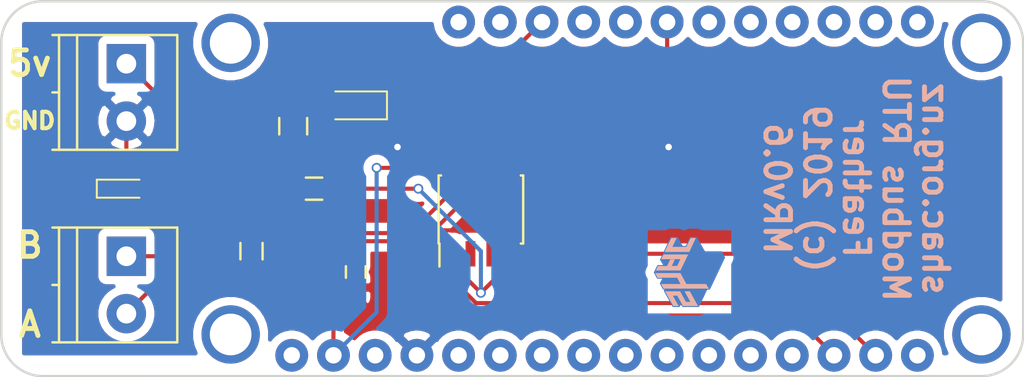
<source format=kicad_pcb>
(kicad_pcb (version 20171130) (host pcbnew "(5.1.2-1)-1")

  (general
    (thickness 1.6)
    (drawings 16)
    (tracks 72)
    (zones 0)
    (modules 12)
    (nets 32)
  )

  (page A4)
  (layers
    (0 F.Cu signal)
    (31 B.Cu signal)
    (32 B.Adhes user)
    (33 F.Adhes user)
    (34 B.Paste user)
    (35 F.Paste user)
    (36 B.SilkS user)
    (37 F.SilkS user)
    (38 B.Mask user)
    (39 F.Mask user)
    (40 Dwgs.User user)
    (41 Cmts.User user)
    (42 Eco1.User user)
    (43 Eco2.User user)
    (44 Edge.Cuts user)
    (45 Margin user)
    (46 B.CrtYd user)
    (47 F.CrtYd user)
    (48 B.Fab user)
    (49 F.Fab user)
  )

  (setup
    (last_trace_width 0.25)
    (trace_clearance 0.2)
    (zone_clearance 0.508)
    (zone_45_only no)
    (trace_min 0.2)
    (via_size 0.6)
    (via_drill 0.4)
    (via_min_size 0.4)
    (via_min_drill 0.3)
    (uvia_size 0.3)
    (uvia_drill 0.1)
    (uvias_allowed no)
    (uvia_min_size 0.2)
    (uvia_min_drill 0.1)
    (edge_width 0.15)
    (segment_width 0.2)
    (pcb_text_width 0.3)
    (pcb_text_size 1.5 1.5)
    (mod_edge_width 0.15)
    (mod_text_size 1 1)
    (mod_text_width 0.15)
    (pad_size 1.524 1.524)
    (pad_drill 0.762)
    (pad_to_mask_clearance 0.2)
    (aux_axis_origin 0 0)
    (visible_elements FFFFFF7F)
    (pcbplotparams
      (layerselection 0x010f0_ffffffff)
      (usegerberextensions true)
      (usegerberattributes false)
      (usegerberadvancedattributes false)
      (creategerberjobfile false)
      (excludeedgelayer true)
      (linewidth 0.100000)
      (plotframeref false)
      (viasonmask false)
      (mode 1)
      (useauxorigin false)
      (hpglpennumber 1)
      (hpglpenspeed 20)
      (hpglpendiameter 15.000000)
      (psnegative false)
      (psa4output false)
      (plotreference true)
      (plotvalue true)
      (plotinvisibletext false)
      (padsonsilk false)
      (subtractmaskfromsilk false)
      (outputformat 1)
      (mirror false)
      (drillshape 0)
      (scaleselection 1)
      (outputdirectory "gerbers"))
  )

  (net 0 "")
  (net 1 "Net-(U1-Pad1)")
  (net 2 "Net-(U1-Pad3)")
  (net 3 "Net-(U1-Pad5)")
  (net 4 "Net-(U1-Pad6)")
  (net 5 "Net-(U1-Pad7)")
  (net 6 "Net-(U1-Pad8)")
  (net 7 "Net-(U1-Pad9)")
  (net 8 "Net-(U1-Pad10)")
  (net 9 "Net-(U1-Pad11)")
  (net 10 "Net-(U1-Pad12)")
  (net 11 "Net-(U1-Pad13)")
  (net 12 "Net-(U1-Pad17)")
  (net 13 "Net-(U1-Pad18)")
  (net 14 "Net-(U1-Pad19)")
  (net 15 "Net-(U1-Pad20)")
  (net 16 "Net-(U1-Pad21)")
  (net 17 "Net-(U1-Pad22)")
  (net 18 "Net-(U1-Pad24)")
  (net 19 "Net-(U1-Pad25)")
  (net 20 "Net-(U1-Pad27)")
  (net 21 "Net-(U1-Pad28)")
  (net 22 3v3)
  (net 23 GND)
  (net 24 VUSB)
  (net 25 VIN)
  (net 26 "Net-(D2-Pad2)")
  (net 27 B)
  (net 28 A)
  (net 29 RTS)
  (net 30 RX)
  (net 31 TX)

  (net_class Default "This is the default net class."
    (clearance 0.2)
    (trace_width 0.25)
    (via_dia 0.6)
    (via_drill 0.4)
    (uvia_dia 0.3)
    (uvia_drill 0.1)
    (add_net 3v3)
    (add_net A)
    (add_net B)
    (add_net GND)
    (add_net "Net-(D2-Pad2)")
    (add_net "Net-(U1-Pad1)")
    (add_net "Net-(U1-Pad10)")
    (add_net "Net-(U1-Pad11)")
    (add_net "Net-(U1-Pad12)")
    (add_net "Net-(U1-Pad13)")
    (add_net "Net-(U1-Pad17)")
    (add_net "Net-(U1-Pad18)")
    (add_net "Net-(U1-Pad19)")
    (add_net "Net-(U1-Pad20)")
    (add_net "Net-(U1-Pad21)")
    (add_net "Net-(U1-Pad22)")
    (add_net "Net-(U1-Pad24)")
    (add_net "Net-(U1-Pad25)")
    (add_net "Net-(U1-Pad27)")
    (add_net "Net-(U1-Pad28)")
    (add_net "Net-(U1-Pad3)")
    (add_net "Net-(U1-Pad5)")
    (add_net "Net-(U1-Pad6)")
    (add_net "Net-(U1-Pad7)")
    (add_net "Net-(U1-Pad8)")
    (add_net "Net-(U1-Pad9)")
    (add_net RTS)
    (add_net RX)
    (add_net TX)
    (add_net VIN)
    (add_net VUSB)
  )

  (module winely_kicad:FeatherWing (layer F.Cu) (tedit 5CCB9DE3) (tstamp 5CCB7BC5)
    (at 148.5011 104.14)
    (path /5CCB7E15)
    (fp_text reference U1 (at 0 7.62) (layer F.SilkS) hide
      (effects (font (size 1 1) (thickness 0.15)))
    )
    (fp_text value ARGON (at 0 -7.62) (layer F.Fab) hide
      (effects (font (size 1 1) (thickness 0.15)))
    )
    (pad 1 thru_hole circle (at -19.05 10.16) (size 2 2) (drill 1) (layers *.Cu *.Mask)
      (net 1 "Net-(U1-Pad1)"))
    (pad 2 thru_hole circle (at -16.51 10.16) (size 2 2) (drill 1) (layers *.Cu *.Mask)
      (net 22 3v3))
    (pad 3 thru_hole circle (at -13.97 10.16) (size 2 2) (drill 1) (layers *.Cu *.Mask)
      (net 2 "Net-(U1-Pad3)"))
    (pad 4 thru_hole circle (at -11.43 10.16) (size 2 2) (drill 1) (layers *.Cu *.Mask)
      (net 23 GND))
    (pad 5 thru_hole circle (at -8.89 10.16) (size 2 2) (drill 1) (layers *.Cu *.Mask)
      (net 3 "Net-(U1-Pad5)"))
    (pad 6 thru_hole circle (at -6.35 10.16) (size 2 2) (drill 1) (layers *.Cu *.Mask)
      (net 4 "Net-(U1-Pad6)"))
    (pad 7 thru_hole circle (at -3.81 10.16) (size 2 2) (drill 1) (layers *.Cu *.Mask)
      (net 5 "Net-(U1-Pad7)"))
    (pad 8 thru_hole circle (at -1.27 10.16) (size 2 2) (drill 1) (layers *.Cu *.Mask)
      (net 6 "Net-(U1-Pad8)"))
    (pad 9 thru_hole circle (at 1.27 10.16) (size 2 2) (drill 1) (layers *.Cu *.Mask)
      (net 7 "Net-(U1-Pad9)"))
    (pad 10 thru_hole circle (at 3.81 10.16) (size 2 2) (drill 1) (layers *.Cu *.Mask)
      (net 8 "Net-(U1-Pad10)"))
    (pad 11 thru_hole circle (at 6.35 10.16) (size 2 2) (drill 1) (layers *.Cu *.Mask)
      (net 9 "Net-(U1-Pad11)"))
    (pad 12 thru_hole circle (at 8.89 10.16) (size 2 2) (drill 1) (layers *.Cu *.Mask)
      (net 10 "Net-(U1-Pad12)"))
    (pad 13 thru_hole circle (at 11.43 10.16) (size 2 2) (drill 1) (layers *.Cu *.Mask)
      (net 11 "Net-(U1-Pad13)"))
    (pad 14 thru_hole circle (at 13.97 10.16) (size 2 2) (drill 1) (layers *.Cu *.Mask)
      (net 30 RX))
    (pad 15 thru_hole circle (at 16.51 10.16) (size 2 2) (drill 1) (layers *.Cu *.Mask)
      (net 31 TX))
    (pad 16 thru_hole circle (at 19.05 10.16) (size 2 2) (drill 1) (layers *.Cu *.Mask))
    (pad 17 thru_hole circle (at 19.05 -10.16) (size 2 2) (drill 1) (layers *.Cu *.Mask)
      (net 12 "Net-(U1-Pad17)"))
    (pad 18 thru_hole circle (at 16.51 -10.16) (size 2 2) (drill 1) (layers *.Cu *.Mask)
      (net 13 "Net-(U1-Pad18)"))
    (pad 19 thru_hole circle (at 13.97 -10.16) (size 2 2) (drill 1) (layers *.Cu *.Mask)
      (net 14 "Net-(U1-Pad19)"))
    (pad 20 thru_hole circle (at 11.43 -10.16) (size 2 2) (drill 1) (layers *.Cu *.Mask)
      (net 15 "Net-(U1-Pad20)"))
    (pad 21 thru_hole circle (at 8.89 -10.16) (size 2 2) (drill 1) (layers *.Cu *.Mask)
      (net 16 "Net-(U1-Pad21)"))
    (pad 22 thru_hole circle (at 6.35 -10.16) (size 2 2) (drill 1) (layers *.Cu *.Mask)
      (net 17 "Net-(U1-Pad22)"))
    (pad 23 thru_hole circle (at 3.81 -10.16) (size 2 2) (drill 1) (layers *.Cu *.Mask)
      (net 29 RTS))
    (pad 24 thru_hole circle (at 1.27 -10.16) (size 2 2) (drill 1) (layers *.Cu *.Mask)
      (net 18 "Net-(U1-Pad24)"))
    (pad 25 thru_hole circle (at -1.27 -10.16) (size 2 2) (drill 1) (layers *.Cu *.Mask)
      (net 19 "Net-(U1-Pad25)"))
    (pad 26 thru_hole circle (at -3.81 -10.16) (size 2 2) (drill 1) (layers *.Cu *.Mask)
      (net 24 VUSB))
    (pad 27 thru_hole circle (at -6.35 -10.16) (size 2 2) (drill 1) (layers *.Cu *.Mask)
      (net 20 "Net-(U1-Pad27)"))
    (pad 28 thru_hole circle (at -8.89 -10.16) (size 2 2) (drill 1) (layers *.Cu *.Mask)
      (net 21 "Net-(U1-Pad28)"))
  )

  (module winely_kicad:PCB_FeatherWing_4hole (layer F.Cu) (tedit 5CCB9DE0) (tstamp 5CCB7BC8)
    (at 148.59 104.14)
    (fp_text reference PCB** (at 0 1) (layer F.Fab) hide
      (effects (font (size 0.6 0.6) (thickness 0.1)))
    )
    (fp_text value VAL** (at 0 0) (layer F.Fab) hide
      (effects (font (size 0.6 0.5) (thickness 0.1)))
    )
    (fp_text user 12 (at -8.89 -10.922) (layer Cmts.User)
      (effects (font (size 0.3 0.25) (thickness 0.03)))
    )
    (fp_text user 11 (at -6.35 -10.922) (layer Cmts.User)
      (effects (font (size 0.3 0.25) (thickness 0.03)))
    )
    (fp_text user 10 (at -3.81 -10.922) (layer Cmts.User)
      (effects (font (size 0.3 0.25) (thickness 0.03)))
    )
    (fp_text user 9 (at -1.27 -10.922) (layer Cmts.User)
      (effects (font (size 0.3 0.25) (thickness 0.03)))
    )
    (fp_text user 8 (at 1.27 -10.922) (layer Cmts.User)
      (effects (font (size 0.3 0.25) (thickness 0.03)))
    )
    (fp_text user 7 (at 3.81 -10.922) (layer Cmts.User)
      (effects (font (size 0.3 0.25) (thickness 0.03)))
    )
    (fp_text user 6 (at 6.35 -10.922) (layer Cmts.User)
      (effects (font (size 0.3 0.25) (thickness 0.03)))
    )
    (fp_text user 5 (at 8.89 -10.922) (layer Cmts.User)
      (effects (font (size 0.3 0.25) (thickness 0.03)))
    )
    (fp_text user 4 (at 11.43 -10.922) (layer Cmts.User)
      (effects (font (size 0.3 0.25) (thickness 0.03)))
    )
    (fp_text user 3 (at 13.97 -10.922) (layer Cmts.User)
      (effects (font (size 0.3 0.25) (thickness 0.03)))
    )
    (fp_text user 2 (at 16.51 -10.922) (layer Cmts.User)
      (effects (font (size 0.3 0.25) (thickness 0.03)))
    )
    (fp_text user 1 (at 19.05 -10.922) (layer Cmts.User)
      (effects (font (size 0.3 0.25) (thickness 0.03)))
    )
    (fp_text user 16 (at -19.05 10.922) (layer Cmts.User)
      (effects (font (size 0.3 0.25) (thickness 0.03)))
    )
    (fp_text user 15 (at -16.51 10.922) (layer Cmts.User)
      (effects (font (size 0.3 0.25) (thickness 0.03)))
    )
    (fp_text user 14 (at -13.97 10.922) (layer Cmts.User)
      (effects (font (size 0.3 0.25) (thickness 0.03)))
    )
    (fp_text user 13 (at -11.43 10.922) (layer Cmts.User)
      (effects (font (size 0.3 0.25) (thickness 0.03)))
    )
    (fp_text user 12 (at -8.89 10.922) (layer Cmts.User)
      (effects (font (size 0.3 0.25) (thickness 0.03)))
    )
    (fp_text user 11 (at -6.35 10.922) (layer Cmts.User)
      (effects (font (size 0.3 0.25) (thickness 0.03)))
    )
    (fp_text user 10 (at -3.81 10.922) (layer Cmts.User)
      (effects (font (size 0.3 0.25) (thickness 0.03)))
    )
    (fp_text user 9 (at -1.27 10.922) (layer Cmts.User)
      (effects (font (size 0.3 0.25) (thickness 0.03)))
    )
    (fp_text user 8 (at 1.27 10.922) (layer Cmts.User)
      (effects (font (size 0.3 0.25) (thickness 0.03)))
    )
    (fp_text user 7 (at 3.81 10.922) (layer Cmts.User)
      (effects (font (size 0.3 0.25) (thickness 0.03)))
    )
    (fp_text user 6 (at 6.35 10.922) (layer Cmts.User)
      (effects (font (size 0.3 0.25) (thickness 0.03)))
    )
    (fp_text user 5 (at 8.89 10.922) (layer Cmts.User)
      (effects (font (size 0.3 0.25) (thickness 0.03)))
    )
    (fp_text user 4 (at 11.43 10.922) (layer Cmts.User)
      (effects (font (size 0.3 0.25) (thickness 0.03)))
    )
    (fp_text user 3 (at 13.97 10.922) (layer Cmts.User)
      (effects (font (size 0.3 0.25) (thickness 0.03)))
    )
    (fp_text user 2 (at 16.51 10.922) (layer Cmts.User)
      (effects (font (size 0.3 0.25) (thickness 0.03)))
    )
    (fp_circle (center -8.89 -10.16) (end -8.382 -10.16) (layer Cmts.User) (width 0.05))
    (fp_circle (center -6.35 -10.16) (end -5.842 -10.16) (layer Cmts.User) (width 0.05))
    (fp_circle (center -3.81 -10.16) (end -3.302 -10.16) (layer Cmts.User) (width 0.05))
    (fp_circle (center -1.27 -10.16) (end -0.762 -10.16) (layer Cmts.User) (width 0.05))
    (fp_circle (center 1.27 -10.16) (end 1.778 -10.16) (layer Cmts.User) (width 0.05))
    (fp_circle (center 3.81 -10.16) (end 4.318 -10.16) (layer Cmts.User) (width 0.05))
    (fp_circle (center 6.35 -10.16) (end 6.858 -10.16) (layer Cmts.User) (width 0.05))
    (fp_circle (center 8.89 -10.16) (end 9.398 -10.16) (layer Cmts.User) (width 0.05))
    (fp_circle (center 11.43 -10.16) (end 11.938 -10.16) (layer Cmts.User) (width 0.05))
    (fp_circle (center 13.97 -10.16) (end 14.478 -10.16) (layer Cmts.User) (width 0.05))
    (fp_circle (center 16.51 -10.16) (end 17.018 -10.16) (layer Cmts.User) (width 0.05))
    (fp_circle (center 19.05 -10.16) (end 19.558 -10.16) (layer Cmts.User) (width 0.05))
    (fp_circle (center -19.05 10.16) (end -18.542 10.16) (layer Cmts.User) (width 0.05))
    (fp_circle (center -16.51 10.16) (end -16.002 10.16) (layer Cmts.User) (width 0.05))
    (fp_circle (center -13.97 10.16) (end -13.462 10.16) (layer Cmts.User) (width 0.05))
    (fp_circle (center -11.43 10.16) (end -10.922 10.16) (layer Cmts.User) (width 0.05))
    (fp_circle (center -8.89 10.16) (end -8.382 10.16) (layer Cmts.User) (width 0.05))
    (fp_circle (center -6.35 10.16) (end -5.842 10.16) (layer Cmts.User) (width 0.05))
    (fp_circle (center -3.81 10.16) (end -3.302 10.16) (layer Cmts.User) (width 0.05))
    (fp_circle (center -1.27 10.16) (end -0.762 10.16) (layer Cmts.User) (width 0.05))
    (fp_circle (center 1.27 10.16) (end 1.778 10.16) (layer Cmts.User) (width 0.05))
    (fp_circle (center 3.81 10.16) (end 4.318 10.16) (layer Cmts.User) (width 0.05))
    (fp_circle (center 6.35 10.16) (end 6.858 10.16) (layer Cmts.User) (width 0.05))
    (fp_circle (center 8.89 10.16) (end 9.398 10.16) (layer Cmts.User) (width 0.05))
    (fp_circle (center 11.43 10.16) (end 11.938 10.16) (layer Cmts.User) (width 0.05))
    (fp_circle (center 13.97 10.16) (end 14.478 10.16) (layer Cmts.User) (width 0.05))
    (fp_circle (center 16.51 10.16) (end 17.018 10.16) (layer Cmts.User) (width 0.05))
    (fp_line (start -9.398 -9.652) (end -8.382 -10.668) (layer Cmts.User) (width 0.05))
    (fp_line (start -6.858 -9.652) (end -5.842 -10.668) (layer Cmts.User) (width 0.05))
    (fp_line (start -4.318 -9.652) (end -3.302 -10.668) (layer Cmts.User) (width 0.05))
    (fp_line (start -1.778 -9.652) (end -0.762 -10.668) (layer Cmts.User) (width 0.05))
    (fp_line (start 0.762 -9.652) (end 1.778 -10.668) (layer Cmts.User) (width 0.05))
    (fp_line (start 3.302 -9.652) (end 4.318 -10.668) (layer Cmts.User) (width 0.05))
    (fp_line (start 5.842 -9.652) (end 6.858 -10.668) (layer Cmts.User) (width 0.05))
    (fp_line (start 8.382 -9.652) (end 9.398 -10.668) (layer Cmts.User) (width 0.05))
    (fp_line (start 10.922 -9.652) (end 11.938 -10.668) (layer Cmts.User) (width 0.05))
    (fp_line (start 13.462 -9.652) (end 14.478 -10.668) (layer Cmts.User) (width 0.05))
    (fp_line (start 16.002 -9.652) (end 17.018 -10.668) (layer Cmts.User) (width 0.05))
    (fp_line (start 18.542 -9.652) (end 19.558 -10.668) (layer Cmts.User) (width 0.05))
    (fp_line (start -19.558 10.668) (end -18.542 9.652) (layer Cmts.User) (width 0.05))
    (fp_line (start -17.018 10.668) (end -16.002 9.652) (layer Cmts.User) (width 0.05))
    (fp_line (start -14.478 10.668) (end -13.462 9.652) (layer Cmts.User) (width 0.05))
    (fp_line (start -11.938 10.668) (end -10.922 9.652) (layer Cmts.User) (width 0.05))
    (fp_line (start -9.398 10.668) (end -8.382 9.652) (layer Cmts.User) (width 0.05))
    (fp_line (start -6.858 10.668) (end -5.842 9.652) (layer Cmts.User) (width 0.05))
    (fp_line (start -4.318 10.668) (end -3.302 9.652) (layer Cmts.User) (width 0.05))
    (fp_line (start -1.778 10.668) (end -0.762 9.652) (layer Cmts.User) (width 0.05))
    (fp_line (start 0.762 10.668) (end 1.778 9.652) (layer Cmts.User) (width 0.05))
    (fp_line (start 3.302 10.668) (end 4.318 9.652) (layer Cmts.User) (width 0.05))
    (fp_line (start 5.842 10.668) (end 6.858 9.652) (layer Cmts.User) (width 0.05))
    (fp_line (start 8.382 10.668) (end 9.398 9.652) (layer Cmts.User) (width 0.05))
    (fp_line (start 10.922 10.668) (end 11.938 9.652) (layer Cmts.User) (width 0.05))
    (fp_line (start 13.462 10.668) (end 14.478 9.652) (layer Cmts.User) (width 0.05))
    (fp_line (start 16.002 10.668) (end 17.018 9.652) (layer Cmts.User) (width 0.05))
    (fp_line (start -9.398 -10.668) (end -8.382 -9.652) (layer Cmts.User) (width 0.05))
    (fp_line (start -6.858 -10.668) (end -5.842 -9.652) (layer Cmts.User) (width 0.05))
    (fp_line (start -4.318 -10.668) (end -3.302 -9.652) (layer Cmts.User) (width 0.05))
    (fp_line (start -1.778 -10.668) (end -0.762 -9.652) (layer Cmts.User) (width 0.05))
    (fp_line (start 0.762 -10.668) (end 1.778 -9.652) (layer Cmts.User) (width 0.05))
    (fp_line (start 3.302 -10.668) (end 4.318 -9.652) (layer Cmts.User) (width 0.05))
    (fp_line (start 5.842 -10.668) (end 6.858 -9.652) (layer Cmts.User) (width 0.05))
    (fp_line (start 8.382 -10.668) (end 9.398 -9.652) (layer Cmts.User) (width 0.05))
    (fp_line (start 10.922 -10.668) (end 11.938 -9.652) (layer Cmts.User) (width 0.05))
    (fp_line (start 13.462 -10.668) (end 14.478 -9.652) (layer Cmts.User) (width 0.05))
    (fp_line (start 16.002 -10.668) (end 17.018 -9.652) (layer Cmts.User) (width 0.05))
    (fp_line (start 18.542 -10.668) (end 19.558 -9.652) (layer Cmts.User) (width 0.05))
    (fp_line (start -19.558 9.652) (end -18.542 10.668) (layer Cmts.User) (width 0.05))
    (fp_line (start -17.018 9.652) (end -16.002 10.668) (layer Cmts.User) (width 0.05))
    (fp_line (start -14.478 9.652) (end -13.462 10.668) (layer Cmts.User) (width 0.05))
    (fp_line (start -11.938 9.652) (end -10.922 10.668) (layer Cmts.User) (width 0.05))
    (fp_line (start -9.398 9.652) (end -8.382 10.668) (layer Cmts.User) (width 0.05))
    (fp_line (start -6.858 9.652) (end -5.842 10.668) (layer Cmts.User) (width 0.05))
    (fp_line (start -4.318 9.652) (end -3.302 10.668) (layer Cmts.User) (width 0.05))
    (fp_line (start -1.778 9.652) (end -0.762 10.668) (layer Cmts.User) (width 0.05))
    (fp_line (start 0.762 9.652) (end 1.778 10.668) (layer Cmts.User) (width 0.05))
    (fp_line (start 3.302 9.652) (end 4.318 10.668) (layer Cmts.User) (width 0.05))
    (fp_line (start 5.842 9.652) (end 6.858 10.668) (layer Cmts.User) (width 0.05))
    (fp_line (start 8.382 9.652) (end 9.398 10.668) (layer Cmts.User) (width 0.05))
    (fp_line (start 10.922 9.652) (end 11.938 10.668) (layer Cmts.User) (width 0.05))
    (fp_line (start 13.462 9.652) (end 14.478 10.668) (layer Cmts.User) (width 0.05))
    (fp_line (start 16.002 9.652) (end 17.018 10.668) (layer Cmts.User) (width 0.05))
    (fp_text user 1 (at 19.05 10.922) (layer Cmts.User)
      (effects (font (size 0.3 0.25) (thickness 0.03)))
    )
    (fp_line (start 18.542 9.652) (end 19.558 10.668) (layer Cmts.User) (width 0.05))
    (fp_line (start 18.542 10.668) (end 19.558 9.652) (layer Cmts.User) (width 0.05))
    (fp_circle (center 19.05 10.16) (end 19.558 10.16) (layer Cmts.User) (width 0.05))
    (fp_line (start 22.86 -11.43) (end -22.86 -11.43) (layer Dwgs.User) (width 0.05))
    (fp_line (start 25.4 8.89) (end 25.4 -8.89) (layer Dwgs.User) (width 0.05))
    (fp_line (start -22.86 11.43) (end 22.86 11.43) (layer Dwgs.User) (width 0.05))
    (fp_line (start -25.4 -8.89) (end -25.4 8.89) (layer Dwgs.User) (width 0.05))
    (fp_arc (start 22.86 -8.89) (end 22.86 -11.43) (angle 90) (layer Dwgs.User) (width 0.05))
    (fp_arc (start 22.86 8.89) (end 22.86 11.43) (angle -88.9) (layer Dwgs.User) (width 0.05))
    (fp_arc (start -22.86 8.89) (end -22.86 11.43) (angle 90) (layer Dwgs.User) (width 0.05))
    (fp_arc (start -22.86 -8.89) (end -25.4 -8.89) (angle 90) (layer Dwgs.User) (width 0.05))
    (fp_text user %R (at 17.78 8.89 180) (layer Eco1.User)
      (effects (font (size 0.3 0.3) (thickness 0.03)))
    )
    (pad "" np_thru_hole circle (at 22.86 8.89) (size 3.556 3.556) (drill 2.54) (layers *.Cu *.Mask))
    (pad "" np_thru_hole circle (at -22.86 8.89) (size 3.556 3.556) (drill 2.54) (layers *.Cu *.Mask))
    (pad "" np_thru_hole circle (at 22.86 -8.89) (size 3.556 3.556) (drill 2.54) (layers *.Cu *.Mask))
    (pad "" np_thru_hole circle (at -22.86 -8.89) (size 3.556 3.556) (drill 2.54) (layers *.Cu *.Mask))
  )

  (module Capacitors_SMD:C_0603_HandSoldering (layer F.Cu) (tedit 5CCB9CFD) (tstamp 5CCB9C51)
    (at 133.35 109.22 270)
    (descr "Capacitor SMD 0603, hand soldering")
    (tags "capacitor 0603")
    (path /5CCB850B)
    (attr smd)
    (fp_text reference C1 (at 0 -1.9 270) (layer F.Fab)
      (effects (font (size 1 1) (thickness 0.15)))
    )
    (fp_text value 0.1uF (at 0 1.9 270) (layer F.Fab)
      (effects (font (size 1 1) (thickness 0.15)))
    )
    (fp_line (start -0.8 0.4) (end -0.8 -0.4) (layer F.Fab) (width 0.15))
    (fp_line (start 0.8 0.4) (end -0.8 0.4) (layer F.Fab) (width 0.15))
    (fp_line (start 0.8 -0.4) (end 0.8 0.4) (layer F.Fab) (width 0.15))
    (fp_line (start -0.8 -0.4) (end 0.8 -0.4) (layer F.Fab) (width 0.15))
    (fp_line (start -1.85 -0.75) (end 1.85 -0.75) (layer F.CrtYd) (width 0.05))
    (fp_line (start -1.85 0.75) (end 1.85 0.75) (layer F.CrtYd) (width 0.05))
    (fp_line (start -1.85 -0.75) (end -1.85 0.75) (layer F.CrtYd) (width 0.05))
    (fp_line (start 1.85 -0.75) (end 1.85 0.75) (layer F.CrtYd) (width 0.05))
    (fp_line (start -0.35 -0.6) (end 0.35 -0.6) (layer F.SilkS) (width 0.15))
    (fp_line (start 0.35 0.6) (end -0.35 0.6) (layer F.SilkS) (width 0.15))
    (pad 1 smd rect (at -0.95 0 270) (size 1.2 0.75) (layers F.Cu F.Paste F.Mask)
      (net 22 3v3))
    (pad 2 smd rect (at 0.95 0 270) (size 1.2 0.75) (layers F.Cu F.Paste F.Mask)
      (net 23 GND))
    (model Capacitors_SMD.3dshapes/C_0603_HandSoldering.wrl
      (at (xyz 0 0 0))
      (scale (xyz 1 1 1))
      (rotate (xyz 0 0 0))
    )
  )

  (module Capacitors_SMD:C_0805_HandSoldering (layer F.Cu) (tedit 5CCB9D04) (tstamp 5D670658)
    (at 129.54 100.33 90)
    (descr "Capacitor SMD 0805, hand soldering")
    (tags "capacitor 0805")
    (path /5CCB95DA)
    (attr smd)
    (fp_text reference C2 (at 0 -2.1 90) (layer F.Fab)
      (effects (font (size 1 1) (thickness 0.15)))
    )
    (fp_text value 10uF (at 4.13 -0.14 90) (layer F.Fab)
      (effects (font (size 1 1) (thickness 0.15)))
    )
    (fp_line (start -1 0.625) (end -1 -0.625) (layer F.Fab) (width 0.15))
    (fp_line (start 1 0.625) (end -1 0.625) (layer F.Fab) (width 0.15))
    (fp_line (start 1 -0.625) (end 1 0.625) (layer F.Fab) (width 0.15))
    (fp_line (start -1 -0.625) (end 1 -0.625) (layer F.Fab) (width 0.15))
    (fp_line (start -2.3 -1) (end 2.3 -1) (layer F.CrtYd) (width 0.05))
    (fp_line (start -2.3 1) (end 2.3 1) (layer F.CrtYd) (width 0.05))
    (fp_line (start -2.3 -1) (end -2.3 1) (layer F.CrtYd) (width 0.05))
    (fp_line (start 2.3 -1) (end 2.3 1) (layer F.CrtYd) (width 0.05))
    (fp_line (start 0.5 -0.85) (end -0.5 -0.85) (layer F.SilkS) (width 0.15))
    (fp_line (start -0.5 0.85) (end 0.5 0.85) (layer F.SilkS) (width 0.15))
    (pad 1 smd rect (at -1.25 0 90) (size 1.5 1.25) (layers F.Cu F.Paste F.Mask)
      (net 23 GND))
    (pad 2 smd rect (at 1.25 0 90) (size 1.5 1.25) (layers F.Cu F.Paste F.Mask)
      (net 25 VIN))
    (model Capacitors_SMD.3dshapes/C_0805_HandSoldering.wrl
      (at (xyz 0 0 0))
      (scale (xyz 1 1 1))
      (rotate (xyz 0 0 0))
    )
  )

  (module Diodes_SMD:D_SOD-323_HandSoldering (layer F.Cu) (tedit 5CCB9CD5) (tstamp 5CCB9C5D)
    (at 133.35 99.06 180)
    (descr SOD-323)
    (tags SOD-323)
    (path /5CCB868B)
    (attr smd)
    (fp_text reference D1 (at 0 -1.85 180) (layer F.Fab)
      (effects (font (size 1 1) (thickness 0.15)))
    )
    (fp_text value D_Schottky (at -1.75 1.86 180) (layer F.Fab) hide
      (effects (font (size 1 1) (thickness 0.15)))
    )
    (fp_text user %R (at 0 -1.85 180) (layer F.Fab) hide
      (effects (font (size 1 1) (thickness 0.15)))
    )
    (fp_line (start -1.9 -0.85) (end -1.9 0.85) (layer F.SilkS) (width 0.12))
    (fp_line (start 0.2 0) (end 0.45 0) (layer F.Fab) (width 0.1))
    (fp_line (start 0.2 0.35) (end -0.3 0) (layer F.Fab) (width 0.1))
    (fp_line (start 0.2 -0.35) (end 0.2 0.35) (layer F.Fab) (width 0.1))
    (fp_line (start -0.3 0) (end 0.2 -0.35) (layer F.Fab) (width 0.1))
    (fp_line (start -0.3 0) (end -0.5 0) (layer F.Fab) (width 0.1))
    (fp_line (start -0.3 -0.35) (end -0.3 0.35) (layer F.Fab) (width 0.1))
    (fp_line (start -0.9 0.7) (end -0.9 -0.7) (layer F.Fab) (width 0.1))
    (fp_line (start 0.9 0.7) (end -0.9 0.7) (layer F.Fab) (width 0.1))
    (fp_line (start 0.9 -0.7) (end 0.9 0.7) (layer F.Fab) (width 0.1))
    (fp_line (start -0.9 -0.7) (end 0.9 -0.7) (layer F.Fab) (width 0.1))
    (fp_line (start -2 -0.95) (end 2 -0.95) (layer F.CrtYd) (width 0.05))
    (fp_line (start 2 -0.95) (end 2 0.95) (layer F.CrtYd) (width 0.05))
    (fp_line (start -2 0.95) (end 2 0.95) (layer F.CrtYd) (width 0.05))
    (fp_line (start -2 -0.95) (end -2 0.95) (layer F.CrtYd) (width 0.05))
    (fp_line (start -1.9 0.85) (end 1.25 0.85) (layer F.SilkS) (width 0.12))
    (fp_line (start -1.9 -0.85) (end 1.25 -0.85) (layer F.SilkS) (width 0.12))
    (pad 1 smd rect (at -1.25 0 180) (size 1 1) (layers F.Cu F.Paste F.Mask)
      (net 24 VUSB))
    (pad 2 smd rect (at 1.25 0 180) (size 1 1) (layers F.Cu F.Paste F.Mask)
      (net 25 VIN))
    (model ${KISYS3DMOD}/Diodes_SMD.3dshapes/D_SOD-323.wrl
      (at (xyz 0 0 0))
      (scale (xyz 1 1 1))
      (rotate (xyz 0 0 0))
    )
  )

  (module LEDs:LED_0603_HandSoldering (layer F.Cu) (tedit 5CCB9D83) (tstamp 5CCB9C63)
    (at 119.38 104.14)
    (descr "LED SMD 0603, hand soldering")
    (tags "LED 0603")
    (path /5CCB833C)
    (attr smd)
    (fp_text reference D2 (at 0 -1.45) (layer F.Fab)
      (effects (font (size 1 1) (thickness 0.15)))
    )
    (fp_text value LED (at 0 1.55) (layer F.Fab)
      (effects (font (size 1 1) (thickness 0.15)))
    )
    (fp_line (start -1.8 -0.55) (end -1.8 0.55) (layer F.SilkS) (width 0.12))
    (fp_line (start -0.2 -0.2) (end -0.2 0.2) (layer F.Fab) (width 0.1))
    (fp_line (start -0.15 0) (end 0.15 -0.2) (layer F.Fab) (width 0.1))
    (fp_line (start 0.15 0.2) (end -0.15 0) (layer F.Fab) (width 0.1))
    (fp_line (start 0.15 -0.2) (end 0.15 0.2) (layer F.Fab) (width 0.1))
    (fp_line (start 0.8 0.4) (end -0.8 0.4) (layer F.Fab) (width 0.1))
    (fp_line (start 0.8 -0.4) (end 0.8 0.4) (layer F.Fab) (width 0.1))
    (fp_line (start -0.8 -0.4) (end 0.8 -0.4) (layer F.Fab) (width 0.1))
    (fp_line (start -1.8 0.55) (end 0.8 0.55) (layer F.SilkS) (width 0.12))
    (fp_line (start -1.8 -0.55) (end 0.8 -0.55) (layer F.SilkS) (width 0.12))
    (fp_line (start -1.96 -0.7) (end 1.95 -0.7) (layer F.CrtYd) (width 0.05))
    (fp_line (start -1.96 -0.7) (end -1.96 0.7) (layer F.CrtYd) (width 0.05))
    (fp_line (start 1.95 0.7) (end 1.95 -0.7) (layer F.CrtYd) (width 0.05))
    (fp_line (start 1.95 0.7) (end -1.96 0.7) (layer F.CrtYd) (width 0.05))
    (fp_line (start -0.8 -0.4) (end -0.8 0.4) (layer F.Fab) (width 0.1))
    (pad 1 smd rect (at -1.1 0) (size 1.2 0.9) (layers F.Cu F.Paste F.Mask)
      (net 23 GND))
    (pad 2 smd rect (at 1.1 0) (size 1.2 0.9) (layers F.Cu F.Paste F.Mask)
      (net 26 "Net-(D2-Pad2)"))
    (model ${KISYS3DMOD}/LEDs.3dshapes/LED_0603.wrl
      (at (xyz 0 0 0))
      (scale (xyz 1 1 1))
      (rotate (xyz 0 0 180))
    )
  )

  (module Resistors_SMD:R_0603_HandSoldering (layer F.Cu) (tedit 5CCB9D7D) (tstamp 5CCB9C75)
    (at 130.81 104.14 180)
    (descr "Resistor SMD 0603, hand soldering")
    (tags "resistor 0603")
    (path /5CCB82F9)
    (attr smd)
    (fp_text reference R1 (at 0 -1.9 180) (layer F.Fab)
      (effects (font (size 1 1) (thickness 0.15)))
    )
    (fp_text value 330 (at -1.49 1.54 180) (layer F.Fab)
      (effects (font (size 1 1) (thickness 0.15)))
    )
    (fp_line (start -0.8 0.4) (end -0.8 -0.4) (layer F.Fab) (width 0.1))
    (fp_line (start 0.8 0.4) (end -0.8 0.4) (layer F.Fab) (width 0.1))
    (fp_line (start 0.8 -0.4) (end 0.8 0.4) (layer F.Fab) (width 0.1))
    (fp_line (start -0.8 -0.4) (end 0.8 -0.4) (layer F.Fab) (width 0.1))
    (fp_line (start -2 -0.8) (end 2 -0.8) (layer F.CrtYd) (width 0.05))
    (fp_line (start -2 0.8) (end 2 0.8) (layer F.CrtYd) (width 0.05))
    (fp_line (start -2 -0.8) (end -2 0.8) (layer F.CrtYd) (width 0.05))
    (fp_line (start 2 -0.8) (end 2 0.8) (layer F.CrtYd) (width 0.05))
    (fp_line (start 0.5 0.675) (end -0.5 0.675) (layer F.SilkS) (width 0.15))
    (fp_line (start -0.5 -0.675) (end 0.5 -0.675) (layer F.SilkS) (width 0.15))
    (pad 1 smd rect (at -1.1 0 180) (size 1.2 0.9) (layers F.Cu F.Paste F.Mask)
      (net 29 RTS))
    (pad 2 smd rect (at 1.1 0 180) (size 1.2 0.9) (layers F.Cu F.Paste F.Mask)
      (net 26 "Net-(D2-Pad2)"))
    (model Resistors_SMD.3dshapes/R_0603_HandSoldering.wrl
      (at (xyz 0 0 0))
      (scale (xyz 1 1 1))
      (rotate (xyz 0 0 0))
    )
  )

  (module Resistors_SMD:R_0603_HandSoldering (layer F.Cu) (tedit 5CCB9DBA) (tstamp 5CCB9C7B)
    (at 127 107.95 270)
    (descr "Resistor SMD 0603, hand soldering")
    (tags "resistor 0603")
    (path /5CCB83E2)
    (attr smd)
    (fp_text reference R2 (at 0 -1.9 270) (layer F.Fab)
      (effects (font (size 1 1) (thickness 0.15)))
    )
    (fp_text value 220 (at 0 1.9 270) (layer F.Fab)
      (effects (font (size 1 1) (thickness 0.15)))
    )
    (fp_line (start -0.8 0.4) (end -0.8 -0.4) (layer F.Fab) (width 0.1))
    (fp_line (start 0.8 0.4) (end -0.8 0.4) (layer F.Fab) (width 0.1))
    (fp_line (start 0.8 -0.4) (end 0.8 0.4) (layer F.Fab) (width 0.1))
    (fp_line (start -0.8 -0.4) (end 0.8 -0.4) (layer F.Fab) (width 0.1))
    (fp_line (start -2 -0.8) (end 2 -0.8) (layer F.CrtYd) (width 0.05))
    (fp_line (start -2 0.8) (end 2 0.8) (layer F.CrtYd) (width 0.05))
    (fp_line (start -2 -0.8) (end -2 0.8) (layer F.CrtYd) (width 0.05))
    (fp_line (start 2 -0.8) (end 2 0.8) (layer F.CrtYd) (width 0.05))
    (fp_line (start 0.5 0.675) (end -0.5 0.675) (layer F.SilkS) (width 0.15))
    (fp_line (start -0.5 -0.675) (end 0.5 -0.675) (layer F.SilkS) (width 0.15))
    (pad 1 smd rect (at -1.1 0 270) (size 1.2 0.9) (layers F.Cu F.Paste F.Mask)
      (net 27 B))
    (pad 2 smd rect (at 1.1 0 270) (size 1.2 0.9) (layers F.Cu F.Paste F.Mask)
      (net 28 A))
    (model Resistors_SMD.3dshapes/R_0603_HandSoldering.wrl
      (at (xyz 0 0 0))
      (scale (xyz 1 1 1))
      (rotate (xyz 0 0 0))
    )
  )

  (module Housings_SOIC:SOIC-8_3.9x4.9mm_Pitch1.27mm (layer F.Cu) (tedit 5CCB9DEB) (tstamp 5CCB9C87)
    (at 140.97 105.41 90)
    (descr "8-Lead Plastic Small Outline (SN) - Narrow, 3.90 mm Body [SOIC] (see Microchip Packaging Specification 00000049BS.pdf)")
    (tags "SOIC 1.27")
    (path /5CCB91CC)
    (attr smd)
    (fp_text reference U2 (at 0 -3.5 90) (layer F.Fab)
      (effects (font (size 1 1) (thickness 0.15)))
    )
    (fp_text value SP3485 (at 0 3.5 90) (layer F.Fab)
      (effects (font (size 1 1) (thickness 0.15)))
    )
    (fp_line (start -0.95 -2.45) (end 1.95 -2.45) (layer F.Fab) (width 0.15))
    (fp_line (start 1.95 -2.45) (end 1.95 2.45) (layer F.Fab) (width 0.15))
    (fp_line (start 1.95 2.45) (end -1.95 2.45) (layer F.Fab) (width 0.15))
    (fp_line (start -1.95 2.45) (end -1.95 -1.45) (layer F.Fab) (width 0.15))
    (fp_line (start -1.95 -1.45) (end -0.95 -2.45) (layer F.Fab) (width 0.15))
    (fp_line (start -3.75 -2.75) (end -3.75 2.75) (layer F.CrtYd) (width 0.05))
    (fp_line (start 3.75 -2.75) (end 3.75 2.75) (layer F.CrtYd) (width 0.05))
    (fp_line (start -3.75 -2.75) (end 3.75 -2.75) (layer F.CrtYd) (width 0.05))
    (fp_line (start -3.75 2.75) (end 3.75 2.75) (layer F.CrtYd) (width 0.05))
    (fp_line (start -2.075 -2.575) (end -2.075 -2.525) (layer F.SilkS) (width 0.15))
    (fp_line (start 2.075 -2.575) (end 2.075 -2.43) (layer F.SilkS) (width 0.15))
    (fp_line (start 2.075 2.575) (end 2.075 2.43) (layer F.SilkS) (width 0.15))
    (fp_line (start -2.075 2.575) (end -2.075 2.43) (layer F.SilkS) (width 0.15))
    (fp_line (start -2.075 -2.575) (end 2.075 -2.575) (layer F.SilkS) (width 0.15))
    (fp_line (start -2.075 2.575) (end 2.075 2.575) (layer F.SilkS) (width 0.15))
    (fp_line (start -2.075 -2.525) (end -3.475 -2.525) (layer F.SilkS) (width 0.15))
    (pad 1 smd rect (at -2.7 -1.905 90) (size 1.55 0.6) (layers F.Cu F.Paste F.Mask)
      (net 30 RX))
    (pad 2 smd rect (at -2.7 -0.635 90) (size 1.55 0.6) (layers F.Cu F.Paste F.Mask)
      (net 29 RTS))
    (pad 3 smd rect (at -2.7 0.635 90) (size 1.55 0.6) (layers F.Cu F.Paste F.Mask)
      (net 29 RTS))
    (pad 4 smd rect (at -2.7 1.905 90) (size 1.55 0.6) (layers F.Cu F.Paste F.Mask)
      (net 31 TX))
    (pad 5 smd rect (at 2.7 1.905 90) (size 1.55 0.6) (layers F.Cu F.Paste F.Mask)
      (net 23 GND))
    (pad 6 smd rect (at 2.7 0.635 90) (size 1.55 0.6) (layers F.Cu F.Paste F.Mask)
      (net 28 A))
    (pad 7 smd rect (at 2.7 -0.635 90) (size 1.55 0.6) (layers F.Cu F.Paste F.Mask)
      (net 27 B))
    (pad 8 smd rect (at 2.7 -1.905 90) (size 1.55 0.6) (layers F.Cu F.Paste F.Mask)
      (net 22 3v3))
    (model Housings_SOIC.3dshapes/SOIC-8_3.9x4.9mm_Pitch1.27mm.wrl
      (at (xyz 0 0 0))
      (scale (xyz 1 1 1))
      (rotate (xyz 0 0 0))
    )
  )

  (module Connectors_Terminal_Blocks:TerminalBlock_Pheonix_PT-3.5mm_2pol (layer F.Cu) (tedit 5CCBA22A) (tstamp 5CCBA23F)
    (at 119.38 96.52 270)
    (descr "2-way 3.5mm pitch terminal block, Phoenix PT series")
    (path /5CCB873F)
    (fp_text reference J1 (at 1.75 -4.3 270) (layer F.Fab)
      (effects (font (size 1 1) (thickness 0.15)))
    )
    (fp_text value Conn_01x02 (at 1.75 6 270) (layer F.Fab) hide
      (effects (font (size 1 1) (thickness 0.15)))
    )
    (fp_line (start -1.9 -3.3) (end 5.4 -3.3) (layer F.CrtYd) (width 0.05))
    (fp_line (start -1.9 4.7) (end -1.9 -3.3) (layer F.CrtYd) (width 0.05))
    (fp_line (start 5.4 4.7) (end -1.9 4.7) (layer F.CrtYd) (width 0.05))
    (fp_line (start 5.4 -3.3) (end 5.4 4.7) (layer F.CrtYd) (width 0.05))
    (fp_line (start 1.75 4.1) (end 1.75 4.5) (layer F.SilkS) (width 0.15))
    (fp_line (start -1.75 3) (end 5.25 3) (layer F.SilkS) (width 0.15))
    (fp_line (start -1.75 4.1) (end 5.25 4.1) (layer F.SilkS) (width 0.15))
    (fp_line (start -1.75 -3.1) (end -1.75 4.5) (layer F.SilkS) (width 0.15))
    (fp_line (start 5.25 4.5) (end 5.25 -3.1) (layer F.SilkS) (width 0.15))
    (fp_line (start 5.25 -3.1) (end -1.75 -3.1) (layer F.SilkS) (width 0.15))
    (pad 2 thru_hole circle (at 3.5 0 270) (size 2.4 2.4) (drill 1.2) (layers *.Cu *.Mask)
      (net 23 GND))
    (pad 1 thru_hole rect (at 0 0 270) (size 2.4 2.4) (drill 1.2) (layers *.Cu *.Mask)
      (net 25 VIN))
    (model Terminal_Blocks.3dshapes/TerminalBlock_Pheonix_PT-3.5mm_2pol.wrl
      (at (xyz 0 0 0))
      (scale (xyz 1 1 1))
      (rotate (xyz 0 0 0))
    )
  )

  (module Connectors_Terminal_Blocks:TerminalBlock_Pheonix_PT-3.5mm_2pol (layer F.Cu) (tedit 5CCBA22E) (tstamp 5CCBA244)
    (at 119.38 108.26 270)
    (descr "2-way 3.5mm pitch terminal block, Phoenix PT series")
    (path /5CCB8843)
    (fp_text reference J2 (at 1.75 -4.3 270) (layer F.Fab)
      (effects (font (size 1 1) (thickness 0.15)))
    )
    (fp_text value Conn_01x02 (at 1.75 6 270) (layer F.Fab) hide
      (effects (font (size 1 1) (thickness 0.15)))
    )
    (fp_line (start -1.9 -3.3) (end 5.4 -3.3) (layer F.CrtYd) (width 0.05))
    (fp_line (start -1.9 4.7) (end -1.9 -3.3) (layer F.CrtYd) (width 0.05))
    (fp_line (start 5.4 4.7) (end -1.9 4.7) (layer F.CrtYd) (width 0.05))
    (fp_line (start 5.4 -3.3) (end 5.4 4.7) (layer F.CrtYd) (width 0.05))
    (fp_line (start 1.75 4.1) (end 1.75 4.5) (layer F.SilkS) (width 0.15))
    (fp_line (start -1.75 3) (end 5.25 3) (layer F.SilkS) (width 0.15))
    (fp_line (start -1.75 4.1) (end 5.25 4.1) (layer F.SilkS) (width 0.15))
    (fp_line (start -1.75 -3.1) (end -1.75 4.5) (layer F.SilkS) (width 0.15))
    (fp_line (start 5.25 4.5) (end 5.25 -3.1) (layer F.SilkS) (width 0.15))
    (fp_line (start 5.25 -3.1) (end -1.75 -3.1) (layer F.SilkS) (width 0.15))
    (pad 2 thru_hole circle (at 3.5 0 270) (size 2.4 2.4) (drill 1.2) (layers *.Cu *.Mask)
      (net 28 A))
    (pad 1 thru_hole rect (at 0 0 270) (size 2.4 2.4) (drill 1.2) (layers *.Cu *.Mask)
      (net 27 B))
    (model Terminal_Blocks.3dshapes/TerminalBlock_Pheonix_PT-3.5mm_2pol.wrl
      (at (xyz 0 0 0))
      (scale (xyz 1 1 1))
      (rotate (xyz 0 0 0))
    )
  )

  (module WEMOS_J:SHAClogo2 (layer B.Cu) (tedit 5A8BB16D) (tstamp 5CCBA9F5)
    (at 153.67 109.22 90)
    (descr "Imported from SHAC_cube_5mm_amiss.svg")
    (tags svg2mod)
    (attr smd)
    (fp_text reference SHAClogo2 (at 0 5.22184 90) (layer B.SilkS) hide
      (effects (font (size 1.524 1.524) (thickness 0.3048)) (justify mirror))
    )
    (fp_text value G*** (at 0 -5.22184 90) (layer B.SilkS) hide
      (effects (font (size 1.524 1.524) (thickness 0.3048)) (justify mirror))
    )
    (fp_poly (pts (xy -0.347837 -0.75028) (xy -0.731918 -0.543253) (xy -0.731918 -1.725106) (xy -1.014388 -1.57105)
      (xy -1.014388 1.173965) (xy -0.731918 1.019855) (xy -0.731918 -0.187723) (xy -0.065183 -0.549164)
      (xy -0.065183 -2.086701) (xy -0.347837 -1.932757) (xy -0.347837 -0.75028)) (layer B.SilkS) (width 0))
    (fp_poly (pts (xy 2.072957 -1.110618) (xy 1.223292 -1.507691) (xy 1.223292 -0.007196) (xy 2.072957 0.38983)
      (xy 2.072957 0.069618) (xy 1.531121 -0.184008) (xy 1.531121 -1.037274) (xy 2.072957 -0.783647)
      (xy 2.072957 -1.110618)) (layer B.SilkS) (width 0))
    (fp_poly (pts (xy 1.069079 -1.576198) (xy 0.780176 -1.718048) (xy 0.780176 -1.167596) (xy 0.780176 -0.558401)
      (xy 0.369569 -0.742197) (xy 0.369611 -1.073026) (xy 0.764049 -0.890462) (xy 0.764092 -1.172402)
      (xy 0.467524 -1.314154) (xy 0.415415 -1.338566) (xy 0.363307 -1.362979) (xy 0.363307 -1.570339)
      (xy 0.363307 -1.914509) (xy 0.091718 -2.045745) (xy 0.091718 -0.54577) (xy 1.069079 -0.075909)
      (xy 1.069079 -1.576181) (xy 1.069079 -1.576198)) (layer B.SilkS) (width 0))
    (fp_poly (pts (xy -2.073092 -0.395737) (xy -2.073092 0.520216) (xy -1.177785 0.024807) (xy -1.177785 -0.301138)
      (xy -1.821971 0.053336) (xy -1.821971 -0.21209) (xy -1.177785 -0.566633) (xy -1.177785 -1.481221)
      (xy -2.073092 -0.985854) (xy -2.073092 -0.661415) (xy -1.442368 -1.0089) (xy -1.441521 -1.009464)
      (xy -1.441521 -0.743899) (xy -2.0731 -0.39583) (xy -2.073092 -0.395737)) (layer B.SilkS) (width 0))
    (fp_poly (pts (xy -1.07481 1.245573) (xy -1.07481 1.083895) (xy -2.133333 0.581779) (xy -2.133333 -0.431455)
      (xy -1.967291 -0.522963) (xy -2.133333 -0.595368) (xy -2.133333 -1.021507) (xy -1.160522 -1.559583)
      (xy -1.07481 -1.52695) (xy -1.07481 -1.606881) (xy -0.702667 -1.809672) (xy -0.408099 -1.661279)
      (xy -0.408099 -1.968475) (xy -0.031362 -2.17384) (xy 0.42373 -1.952417) (xy 0.42373 -1.605735)
      (xy 0.752611 -1.798831) (xy 1.129324 -1.613756) (xy 1.129324 -1.538368) (xy 1.201976 -1.584125)
      (xy 2.133333 -1.149026) (xy 2.133333 -0.718925) (xy 1.591543 -0.41437) (xy 1.591543 -0.222369)
      (xy 2.133333 0.031326) (xy 2.133333 0.447788) (xy 1.260919 0.945438) (xy 1.260919 1.972145)
      (xy 0.887342 2.17384) (xy -1.07481 1.245573)) (layer B.Cu) (width 0))
  )

  (gr_text J4 (at 147.5 112.1) (layer F.Fab)
    (effects (font (size 1.5 1.5) (thickness 0.3)))
  )
  (gr_text J3 (at 155.6 96.5) (layer F.Fab)
    (effects (font (size 1.5 1.5) (thickness 0.3)))
  )
  (gr_text "shac.org.nz\nModbus RTU\nFeather\n(c) 2019\nMRv0.6\n" (at 163.83 104.14 270) (layer B.SilkS)
    (effects (font (size 1.5 1.5) (thickness 0.3)) (justify mirror))
  )
  (gr_arc (start 114.3 113.03) (end 114.3 115.57) (angle 90) (layer Edge.Cuts) (width 0.15))
  (gr_arc (start 114.3 95.25) (end 111.76 95.25) (angle 90) (layer Edge.Cuts) (width 0.15))
  (gr_line (start 114.3 115.57) (end 120.65 115.57) (layer Edge.Cuts) (width 0.15))
  (gr_line (start 111.76 95.25) (end 111.76 113.03) (layer Edge.Cuts) (width 0.15))
  (gr_line (start 120.65 92.71) (end 114.3 92.71) (layer Edge.Cuts) (width 0.15))
  (gr_text "B\n\nA" (at 113.5 110) (layer F.SilkS)
    (effects (font (size 1.5 1.5) (thickness 0.3)))
  )
  (gr_text GND (at 113.5 100) (layer F.SilkS)
    (effects (font (size 1 1) (thickness 0.25)))
  )
  (gr_text 5v (at 113.5 96.5) (layer F.SilkS)
    (effects (font (size 1.5 1.5) (thickness 0.3)))
  )
  (gr_arc (start 171.45 113.03) (end 173.99 113.03) (angle 90) (layer Edge.Cuts) (width 0.15))
  (gr_arc (start 171.45 95.25) (end 171.45 92.71) (angle 90) (layer Edge.Cuts) (width 0.15))
  (gr_line (start 173.99 113.03) (end 173.99 95.25) (layer Edge.Cuts) (width 0.15))
  (gr_line (start 120.65 115.57) (end 171.45 115.57) (layer Edge.Cuts) (width 0.15))
  (gr_line (start 171.45 92.71) (end 120.65 92.71) (layer Edge.Cuts) (width 0.15))

  (segment (start 134.62 102.87) (end 134.62 111.6711) (width 0.25) (layer B.Cu) (net 22))
  (segment (start 134.62 111.6711) (end 131.9911 114.3) (width 0.25) (layer B.Cu) (net 22))
  (segment (start 138.355 102.87) (end 134.62 102.87) (width 0.25) (layer F.Cu) (net 22))
  (via (at 134.62 102.87) (size 0.6) (drill 0.4) (layers F.Cu B.Cu) (net 22))
  (segment (start 139.065 102.71) (end 138.515 102.71) (width 0.25) (layer F.Cu) (net 22))
  (segment (start 138.515 102.71) (end 138.355 102.87) (width 0.25) (layer F.Cu) (net 22))
  (segment (start 131.9911 114.3) (end 131.9911 109.0039) (width 0.25) (layer F.Cu) (net 22))
  (segment (start 131.9911 109.0039) (end 132.725 108.27) (width 0.25) (layer F.Cu) (net 22))
  (segment (start 132.725 108.27) (end 133.35 108.27) (width 0.25) (layer F.Cu) (net 22))
  (via (at 152.4 101.6) (size 0.6) (drill 0.4) (layers F.Cu B.Cu) (net 23))
  (segment (start 135.89 101.6) (end 152.4 101.6) (width 0.25) (layer B.Cu) (net 23))
  (segment (start 135.89 101.6) (end 135.89 113.1189) (width 0.25) (layer B.Cu) (net 23))
  (segment (start 135.89 113.1189) (end 137.0711 114.3) (width 0.25) (layer B.Cu) (net 23))
  (via (at 135.89 101.6) (size 0.6) (drill 0.4) (layers F.Cu B.Cu) (net 23))
  (segment (start 132.08 101.6) (end 135.89 101.6) (width 0.25) (layer F.Cu) (net 23))
  (segment (start 132.06 101.58) (end 132.08 101.6) (width 0.25) (layer F.Cu) (net 23))
  (segment (start 129.54 101.58) (end 132.06 101.58) (width 0.25) (layer F.Cu) (net 23))
  (segment (start 139.38 106.68) (end 142.875 103.185) (width 0.25) (layer F.Cu) (net 23))
  (segment (start 138.74641 106.68) (end 139.38 106.68) (width 0.25) (layer F.Cu) (net 23))
  (segment (start 135.25641 110.17) (end 138.74641 106.68) (width 0.25) (layer F.Cu) (net 23))
  (segment (start 142.875 103.185) (end 142.875 102.71) (width 0.25) (layer F.Cu) (net 23))
  (segment (start 133.35 110.17) (end 135.25641 110.17) (width 0.25) (layer F.Cu) (net 23))
  (segment (start 137.0711 114.3) (end 133.35 110.5789) (width 0.25) (layer F.Cu) (net 23))
  (segment (start 133.35 110.5789) (end 133.35 110.17) (width 0.25) (layer F.Cu) (net 23))
  (segment (start 119.38 100.02) (end 119.38 103.19) (width 0.25) (layer F.Cu) (net 23))
  (segment (start 119.38 103.19) (end 118.43 104.14) (width 0.25) (layer F.Cu) (net 23))
  (segment (start 118.43 104.14) (end 118.28 104.14) (width 0.25) (layer F.Cu) (net 23))
  (segment (start 119.38 100.02) (end 120.94 101.58) (width 0.25) (layer F.Cu) (net 23))
  (segment (start 120.94 101.58) (end 129.54 101.58) (width 0.25) (layer F.Cu) (net 23))
  (segment (start 144.6911 93.98) (end 139.6111 99.06) (width 0.25) (layer F.Cu) (net 24))
  (segment (start 139.6111 99.06) (end 134.6 99.06) (width 0.25) (layer F.Cu) (net 24))
  (segment (start 129.54 99.08) (end 121.94 99.08) (width 0.25) (layer F.Cu) (net 25))
  (segment (start 121.94 99.08) (end 119.38 96.52) (width 0.25) (layer F.Cu) (net 25))
  (segment (start 132.1 99.06) (end 129.56 99.06) (width 0.25) (layer F.Cu) (net 25))
  (segment (start 129.56 99.06) (end 129.54 99.08) (width 0.25) (layer F.Cu) (net 25))
  (segment (start 120.48 104.14) (end 129.71 104.14) (width 0.25) (layer F.Cu) (net 26))
  (segment (start 140.335 102.71) (end 140.335 103.185) (width 0.25) (layer F.Cu) (net 27))
  (segment (start 140.335 103.185) (end 136.67 106.85) (width 0.25) (layer F.Cu) (net 27))
  (segment (start 136.67 106.85) (end 127.7 106.85) (width 0.25) (layer F.Cu) (net 27))
  (segment (start 127.7 106.85) (end 127 106.85) (width 0.25) (layer F.Cu) (net 27))
  (segment (start 119.38 108.26) (end 125.74 108.26) (width 0.25) (layer F.Cu) (net 27))
  (segment (start 125.74 108.26) (end 127 107) (width 0.25) (layer F.Cu) (net 27))
  (segment (start 127 107) (end 127 106.85) (width 0.25) (layer F.Cu) (net 27))
  (segment (start 141.605 102.71) (end 141.605 103.185) (width 0.25) (layer F.Cu) (net 28))
  (segment (start 141.605 103.185) (end 137.445001 107.344999) (width 0.25) (layer F.Cu) (net 28))
  (segment (start 137.445001 107.344999) (end 129.405001 107.344999) (width 0.25) (layer F.Cu) (net 28))
  (segment (start 129.405001 107.344999) (end 127.7 109.05) (width 0.25) (layer F.Cu) (net 28))
  (segment (start 127.7 109.05) (end 127 109.05) (width 0.25) (layer F.Cu) (net 28))
  (segment (start 119.38 111.76) (end 122.09 109.05) (width 0.25) (layer F.Cu) (net 28))
  (segment (start 122.09 109.05) (end 127 109.05) (width 0.25) (layer F.Cu) (net 28))
  (segment (start 137.16 104.14) (end 131.91 104.14) (width 0.25) (layer F.Cu) (net 29))
  (segment (start 140.97 107.95) (end 137.16 104.14) (width 0.25) (layer B.Cu) (net 29))
  (via (at 137.16 104.14) (size 0.6) (drill 0.4) (layers F.Cu B.Cu) (net 29))
  (segment (start 140.97 110.49) (end 140.97 107.95) (width 0.25) (layer B.Cu) (net 29))
  (via (at 140.97 110.49) (size 0.6) (drill 0.4) (layers F.Cu B.Cu) (net 29))
  (segment (start 141.605 107.635) (end 152.3111 96.9289) (width 0.25) (layer F.Cu) (net 29))
  (segment (start 141.605 108.11) (end 141.605 107.635) (width 0.25) (layer F.Cu) (net 29))
  (segment (start 152.3111 96.9289) (end 152.3111 95.394213) (width 0.25) (layer F.Cu) (net 29))
  (segment (start 152.3111 95.394213) (end 152.3111 93.98) (width 0.25) (layer F.Cu) (net 29))
  (segment (start 142.24 109.22) (end 141.605 108.585) (width 0.25) (layer F.Cu) (net 29))
  (segment (start 141.605 108.585) (end 141.605 108.11) (width 0.25) (layer F.Cu) (net 29))
  (segment (start 140.97 110.49) (end 142.24 109.22) (width 0.25) (layer F.Cu) (net 29))
  (segment (start 139.7 109.22) (end 140.97 110.49) (width 0.25) (layer F.Cu) (net 29))
  (segment (start 140.335 108.585) (end 139.7 109.22) (width 0.25) (layer F.Cu) (net 29))
  (segment (start 140.335 108.11) (end 140.335 108.585) (width 0.25) (layer F.Cu) (net 29))
  (segment (start 161.471101 113.300001) (end 162.4711 114.3) (width 0.25) (layer F.Cu) (net 30))
  (segment (start 159.286101 111.115001) (end 161.471101 113.300001) (width 0.25) (layer F.Cu) (net 30))
  (segment (start 140.669999 111.115001) (end 159.286101 111.115001) (width 0.25) (layer F.Cu) (net 30))
  (segment (start 139.065 109.510002) (end 140.669999 111.115001) (width 0.25) (layer F.Cu) (net 30))
  (segment (start 139.065 108.11) (end 139.065 109.510002) (width 0.25) (layer F.Cu) (net 30))
  (segment (start 142.875 108.11) (end 158.8211 108.11) (width 0.25) (layer F.Cu) (net 31))
  (segment (start 158.8211 108.11) (end 165.0111 114.3) (width 0.25) (layer F.Cu) (net 31))

  (zone (net 23) (net_name GND) (layer F.Cu) (tstamp 0) (hatch edge 0.508)
    (connect_pads (clearance 0.508))
    (min_thickness 0.254)
    (fill yes (arc_segments 16) (thermal_gap 0.508) (thermal_bridge_width 0.508))
    (polygon
      (pts
        (xy 172.72 93.98) (xy 113.03 93.98) (xy 113.03 114.3) (xy 172.72 114.3)
      )
    )
    (filled_polygon
      (pts
        (xy 169.311628 94.107016) (xy 169.129731 94.546154) (xy 169.037 95.01234) (xy 169.037 95.48766) (xy 169.129731 95.953846)
        (xy 169.311628 96.392984) (xy 169.575701 96.788198) (xy 169.911802 97.124299) (xy 170.307016 97.388372) (xy 170.746154 97.570269)
        (xy 171.21234 97.663) (xy 171.68766 97.663) (xy 172.153846 97.570269) (xy 172.592984 97.388372) (xy 172.593 97.388361)
        (xy 172.593 110.891639) (xy 172.592984 110.891628) (xy 172.153846 110.709731) (xy 171.68766 110.617) (xy 171.21234 110.617)
        (xy 170.746154 110.709731) (xy 170.307016 110.891628) (xy 169.911802 111.155701) (xy 169.575701 111.491802) (xy 169.311628 111.887016)
        (xy 169.129731 112.326154) (xy 169.037 112.79234) (xy 169.037 113.26766) (xy 169.129731 113.733846) (xy 169.311628 114.172984)
        (xy 169.311639 114.173) (xy 169.1861 114.173) (xy 169.1861 114.138967) (xy 169.123268 113.823088) (xy 169.000018 113.525537)
        (xy 168.821087 113.257748) (xy 168.593352 113.030013) (xy 168.325563 112.851082) (xy 168.028012 112.727832) (xy 167.712133 112.665)
        (xy 167.390067 112.665) (xy 167.074188 112.727832) (xy 166.776637 112.851082) (xy 166.508848 113.030013) (xy 166.281113 113.257748)
        (xy 166.2811 113.257767) (xy 166.281087 113.257748) (xy 166.053352 113.030013) (xy 165.785563 112.851082) (xy 165.488012 112.727832)
        (xy 165.172133 112.665) (xy 164.850067 112.665) (xy 164.534188 112.727832) (xy 164.519725 112.733823) (xy 159.384903 107.599002)
        (xy 159.361101 107.569999) (xy 159.245376 107.475026) (xy 159.113347 107.404454) (xy 158.970086 107.360997) (xy 158.858433 107.35)
        (xy 158.858422 107.35) (xy 158.8211 107.346324) (xy 158.783778 107.35) (xy 143.813072 107.35) (xy 143.813072 107.335)
        (xy 143.800812 107.210518) (xy 143.764502 107.09082) (xy 143.705537 106.980506) (xy 143.626185 106.883815) (xy 143.529494 106.804463)
        (xy 143.517011 106.79779) (xy 152.822104 97.492698) (xy 152.851101 97.468901) (xy 152.946074 97.353176) (xy 153.016646 97.221147)
        (xy 153.060103 97.077886) (xy 153.0711 96.966233) (xy 153.0711 96.966223) (xy 153.074776 96.9289) (xy 153.0711 96.891577)
        (xy 153.0711 95.434909) (xy 153.085563 95.428918) (xy 153.353352 95.249987) (xy 153.581087 95.022252) (xy 153.5811 95.022233)
        (xy 153.581113 95.022252) (xy 153.808848 95.249987) (xy 154.076637 95.428918) (xy 154.374188 95.552168) (xy 154.690067 95.615)
        (xy 155.012133 95.615) (xy 155.328012 95.552168) (xy 155.625563 95.428918) (xy 155.893352 95.249987) (xy 156.121087 95.022252)
        (xy 156.1211 95.022233) (xy 156.121113 95.022252) (xy 156.348848 95.249987) (xy 156.616637 95.428918) (xy 156.914188 95.552168)
        (xy 157.230067 95.615) (xy 157.552133 95.615) (xy 157.868012 95.552168) (xy 158.165563 95.428918) (xy 158.433352 95.249987)
        (xy 158.661087 95.022252) (xy 158.6611 95.022233) (xy 158.661113 95.022252) (xy 158.888848 95.249987) (xy 159.156637 95.428918)
        (xy 159.454188 95.552168) (xy 159.770067 95.615) (xy 160.092133 95.615) (xy 160.408012 95.552168) (xy 160.705563 95.428918)
        (xy 160.973352 95.249987) (xy 161.201087 95.022252) (xy 161.2011 95.022233) (xy 161.201113 95.022252) (xy 161.428848 95.249987)
        (xy 161.696637 95.428918) (xy 161.994188 95.552168) (xy 162.310067 95.615) (xy 162.632133 95.615) (xy 162.948012 95.552168)
        (xy 163.245563 95.428918) (xy 163.513352 95.249987) (xy 163.741087 95.022252) (xy 163.7411 95.022233) (xy 163.741113 95.022252)
        (xy 163.968848 95.249987) (xy 164.236637 95.428918) (xy 164.534188 95.552168) (xy 164.850067 95.615) (xy 165.172133 95.615)
        (xy 165.488012 95.552168) (xy 165.785563 95.428918) (xy 166.053352 95.249987) (xy 166.281087 95.022252) (xy 166.2811 95.022233)
        (xy 166.281113 95.022252) (xy 166.508848 95.249987) (xy 166.776637 95.428918) (xy 167.074188 95.552168) (xy 167.390067 95.615)
        (xy 167.712133 95.615) (xy 168.028012 95.552168) (xy 168.325563 95.428918) (xy 168.593352 95.249987) (xy 168.821087 95.022252)
        (xy 169.000018 94.754463) (xy 169.123268 94.456912) (xy 169.1861 94.141033) (xy 169.1861 94.107) (xy 169.311639 94.107)
      )
    )
    (filled_polygon
      (pts
        (xy 138.126928 108.885) (xy 138.139188 109.009482) (xy 138.175498 109.12918) (xy 138.234463 109.239494) (xy 138.305001 109.325445)
        (xy 138.305001 109.47267) (xy 138.301324 109.510002) (xy 138.315998 109.658987) (xy 138.359454 109.802248) (xy 138.430026 109.934278)
        (xy 138.501201 110.021004) (xy 138.525 110.050003) (xy 138.553998 110.073801) (xy 140.106199 111.626003) (xy 140.129998 111.655002)
        (xy 140.245723 111.749975) (xy 140.377752 111.820547) (xy 140.521013 111.864004) (xy 140.632666 111.875001) (xy 140.632675 111.875001)
        (xy 140.669998 111.878677) (xy 140.707321 111.875001) (xy 158.9713 111.875001) (xy 159.762753 112.666455) (xy 159.454188 112.727832)
        (xy 159.156637 112.851082) (xy 158.888848 113.030013) (xy 158.661113 113.257748) (xy 158.6611 113.257767) (xy 158.661087 113.257748)
        (xy 158.433352 113.030013) (xy 158.165563 112.851082) (xy 157.868012 112.727832) (xy 157.552133 112.665) (xy 157.230067 112.665)
        (xy 156.914188 112.727832) (xy 156.616637 112.851082) (xy 156.348848 113.030013) (xy 156.121113 113.257748) (xy 156.1211 113.257767)
        (xy 156.121087 113.257748) (xy 155.893352 113.030013) (xy 155.625563 112.851082) (xy 155.328012 112.727832) (xy 155.012133 112.665)
        (xy 154.690067 112.665) (xy 154.374188 112.727832) (xy 154.076637 112.851082) (xy 153.808848 113.030013) (xy 153.581113 113.257748)
        (xy 153.5811 113.257767) (xy 153.581087 113.257748) (xy 153.353352 113.030013) (xy 153.085563 112.851082) (xy 152.788012 112.727832)
        (xy 152.472133 112.665) (xy 152.150067 112.665) (xy 151.834188 112.727832) (xy 151.536637 112.851082) (xy 151.268848 113.030013)
        (xy 151.041113 113.257748) (xy 151.0411 113.257767) (xy 151.041087 113.257748) (xy 150.813352 113.030013) (xy 150.545563 112.851082)
        (xy 150.248012 112.727832) (xy 149.932133 112.665) (xy 149.610067 112.665) (xy 149.294188 112.727832) (xy 148.996637 112.851082)
        (xy 148.728848 113.030013) (xy 148.501113 113.257748) (xy 148.5011 113.257767) (xy 148.501087 113.257748) (xy 148.273352 113.030013)
        (xy 148.005563 112.851082) (xy 147.708012 112.727832) (xy 147.392133 112.665) (xy 147.070067 112.665) (xy 146.754188 112.727832)
        (xy 146.456637 112.851082) (xy 146.188848 113.030013) (xy 145.961113 113.257748) (xy 145.9611 113.257767) (xy 145.961087 113.257748)
        (xy 145.733352 113.030013) (xy 145.465563 112.851082) (xy 145.168012 112.727832) (xy 144.852133 112.665) (xy 144.530067 112.665)
        (xy 144.214188 112.727832) (xy 143.916637 112.851082) (xy 143.648848 113.030013) (xy 143.421113 113.257748) (xy 143.4211 113.257767)
        (xy 143.421087 113.257748) (xy 143.193352 113.030013) (xy 142.925563 112.851082) (xy 142.628012 112.727832) (xy 142.312133 112.665)
        (xy 141.990067 112.665) (xy 141.674188 112.727832) (xy 141.376637 112.851082) (xy 141.108848 113.030013) (xy 140.881113 113.257748)
        (xy 140.8811 113.257767) (xy 140.881087 113.257748) (xy 140.653352 113.030013) (xy 140.385563 112.851082) (xy 140.088012 112.727832)
        (xy 139.772133 112.665) (xy 139.450067 112.665) (xy 139.134188 112.727832) (xy 138.836637 112.851082) (xy 138.568848 113.030013)
        (xy 138.341113 113.257748) (xy 138.26838 113.3666) (xy 138.206513 113.344192) (xy 137.377705 114.173) (xy 136.764495 114.173)
        (xy 135.935687 113.344192) (xy 135.87382 113.3666) (xy 135.801087 113.257748) (xy 135.707926 113.164587) (xy 136.115292 113.164587)
        (xy 137.0711 114.120395) (xy 138.026908 113.164587) (xy 137.931144 112.900186) (xy 137.641529 112.759296) (xy 137.329992 112.677616)
        (xy 137.008505 112.658282) (xy 136.689425 112.702039) (xy 136.385012 112.807205) (xy 136.211056 112.900186) (xy 136.115292 113.164587)
        (xy 135.707926 113.164587) (xy 135.573352 113.030013) (xy 135.305563 112.851082) (xy 135.008012 112.727832) (xy 134.692133 112.665)
        (xy 134.370067 112.665) (xy 134.054188 112.727832) (xy 133.756637 112.851082) (xy 133.488848 113.030013) (xy 133.261113 113.257748)
        (xy 133.2611 113.257767) (xy 133.261087 113.257748) (xy 133.033352 113.030013) (xy 132.765563 112.851082) (xy 132.7511 112.845091)
        (xy 132.7511 111.365654) (xy 132.850518 111.395812) (xy 132.975 111.408072) (xy 133.06425 111.405) (xy 133.223 111.24625)
        (xy 133.223 110.297) (xy 133.477 110.297) (xy 133.477 111.24625) (xy 133.63575 111.405) (xy 133.725 111.408072)
        (xy 133.849482 111.395812) (xy 133.96918 111.359502) (xy 134.079494 111.300537) (xy 134.176185 111.221185) (xy 134.255537 111.124494)
        (xy 134.314502 111.01418) (xy 134.350812 110.894482) (xy 134.363072 110.77) (xy 134.36 110.45575) (xy 134.20125 110.297)
        (xy 133.477 110.297) (xy 133.223 110.297) (xy 133.203 110.297) (xy 133.203 110.043) (xy 133.223 110.043)
        (xy 133.223 110.023) (xy 133.477 110.023) (xy 133.477 110.043) (xy 134.20125 110.043) (xy 134.36 109.88425)
        (xy 134.363072 109.57) (xy 134.350812 109.445518) (xy 134.314502 109.32582) (xy 134.257939 109.22) (xy 134.314502 109.11418)
        (xy 134.350812 108.994482) (xy 134.363072 108.87) (xy 134.363072 108.104999) (xy 137.407679 108.104999) (xy 137.445001 108.108675)
        (xy 137.482323 108.104999) (xy 137.482334 108.104999) (xy 137.593987 108.094002) (xy 137.737248 108.050545) (xy 137.869277 107.979973)
        (xy 137.985002 107.885) (xy 138.008805 107.855996) (xy 138.126928 107.737873)
      )
    )
    (filled_polygon
      (pts
        (xy 123.591628 94.107016) (xy 123.409731 94.546154) (xy 123.317 95.01234) (xy 123.317 95.48766) (xy 123.409731 95.953846)
        (xy 123.591628 96.392984) (xy 123.855701 96.788198) (xy 124.191802 97.124299) (xy 124.587016 97.388372) (xy 125.026154 97.570269)
        (xy 125.49234 97.663) (xy 125.96766 97.663) (xy 126.433846 97.570269) (xy 126.872984 97.388372) (xy 127.268198 97.124299)
        (xy 127.604299 96.788198) (xy 127.868372 96.392984) (xy 128.050269 95.953846) (xy 128.143 95.48766) (xy 128.143 95.01234)
        (xy 128.050269 94.546154) (xy 127.868372 94.107016) (xy 127.868361 94.107) (xy 137.9761 94.107) (xy 137.9761 94.141033)
        (xy 138.038932 94.456912) (xy 138.162182 94.754463) (xy 138.341113 95.022252) (xy 138.568848 95.249987) (xy 138.836637 95.428918)
        (xy 139.134188 95.552168) (xy 139.450067 95.615) (xy 139.772133 95.615) (xy 140.088012 95.552168) (xy 140.385563 95.428918)
        (xy 140.653352 95.249987) (xy 140.881087 95.022252) (xy 140.8811 95.022233) (xy 140.881113 95.022252) (xy 141.108848 95.249987)
        (xy 141.376637 95.428918) (xy 141.674188 95.552168) (xy 141.982753 95.613545) (xy 139.296299 98.3) (xy 135.681046 98.3)
        (xy 135.630537 98.205506) (xy 135.551185 98.108815) (xy 135.454494 98.029463) (xy 135.34418 97.970498) (xy 135.224482 97.934188)
        (xy 135.1 97.921928) (xy 134.1 97.921928) (xy 133.975518 97.934188) (xy 133.85582 97.970498) (xy 133.745506 98.029463)
        (xy 133.648815 98.108815) (xy 133.569463 98.205506) (xy 133.510498 98.31582) (xy 133.474188 98.435518) (xy 133.461928 98.56)
        (xy 133.461928 99.56) (xy 133.474188 99.684482) (xy 133.510498 99.80418) (xy 133.569463 99.914494) (xy 133.648815 100.011185)
        (xy 133.745506 100.090537) (xy 133.85582 100.149502) (xy 133.975518 100.185812) (xy 134.1 100.198072) (xy 135.1 100.198072)
        (xy 135.224482 100.185812) (xy 135.34418 100.149502) (xy 135.454494 100.090537) (xy 135.551185 100.011185) (xy 135.630537 99.914494)
        (xy 135.681046 99.82) (xy 139.573778 99.82) (xy 139.6111 99.823676) (xy 139.648422 99.82) (xy 139.648433 99.82)
        (xy 139.760086 99.809003) (xy 139.903347 99.765546) (xy 140.035376 99.694974) (xy 140.151101 99.600001) (xy 140.174904 99.570997)
        (xy 144.199725 95.546177) (xy 144.214188 95.552168) (xy 144.530067 95.615) (xy 144.852133 95.615) (xy 145.168012 95.552168)
        (xy 145.465563 95.428918) (xy 145.733352 95.249987) (xy 145.961087 95.022252) (xy 145.9611 95.022233) (xy 145.961113 95.022252)
        (xy 146.188848 95.249987) (xy 146.456637 95.428918) (xy 146.754188 95.552168) (xy 147.070067 95.615) (xy 147.392133 95.615)
        (xy 147.708012 95.552168) (xy 148.005563 95.428918) (xy 148.273352 95.249987) (xy 148.501087 95.022252) (xy 148.5011 95.022233)
        (xy 148.501113 95.022252) (xy 148.728848 95.249987) (xy 148.996637 95.428918) (xy 149.294188 95.552168) (xy 149.610067 95.615)
        (xy 149.932133 95.615) (xy 150.248012 95.552168) (xy 150.545563 95.428918) (xy 150.813352 95.249987) (xy 151.041087 95.022252)
        (xy 151.0411 95.022233) (xy 151.041113 95.022252) (xy 151.268848 95.249987) (xy 151.536637 95.428918) (xy 151.551101 95.434909)
        (xy 151.5511 96.614098) (xy 141.468271 106.696928) (xy 141.305 106.696928) (xy 141.180518 106.709188) (xy 141.06082 106.745498)
        (xy 140.97 106.794043) (xy 140.87918 106.745498) (xy 140.759482 106.709188) (xy 140.635 106.696928) (xy 140.035 106.696928)
        (xy 139.910518 106.709188) (xy 139.79082 106.745498) (xy 139.7 106.794043) (xy 139.60918 106.745498) (xy 139.489482 106.709188)
        (xy 139.365 106.696928) (xy 139.167873 106.696928) (xy 141.74173 104.123072) (xy 141.905 104.123072) (xy 142.029482 104.110812)
        (xy 142.14918 104.074502) (xy 142.24 104.025957) (xy 142.33082 104.074502) (xy 142.450518 104.110812) (xy 142.575 104.123072)
        (xy 142.58925 104.12) (xy 142.748 103.96125) (xy 142.748 102.837) (xy 143.002 102.837) (xy 143.002 103.96125)
        (xy 143.16075 104.12) (xy 143.175 104.123072) (xy 143.299482 104.110812) (xy 143.41918 104.074502) (xy 143.529494 104.015537)
        (xy 143.626185 103.936185) (xy 143.705537 103.839494) (xy 143.764502 103.72918) (xy 143.800812 103.609482) (xy 143.813072 103.485)
        (xy 143.81 102.99575) (xy 143.65125 102.837) (xy 143.002 102.837) (xy 142.748 102.837) (xy 142.728 102.837)
        (xy 142.728 102.583) (xy 142.748 102.583) (xy 142.748 101.45875) (xy 143.002 101.45875) (xy 143.002 102.583)
        (xy 143.65125 102.583) (xy 143.81 102.42425) (xy 143.813072 101.935) (xy 143.800812 101.810518) (xy 143.764502 101.69082)
        (xy 143.705537 101.580506) (xy 143.626185 101.483815) (xy 143.529494 101.404463) (xy 143.41918 101.345498) (xy 143.299482 101.309188)
        (xy 143.175 101.296928) (xy 143.16075 101.3) (xy 143.002 101.45875) (xy 142.748 101.45875) (xy 142.58925 101.3)
        (xy 142.575 101.296928) (xy 142.450518 101.309188) (xy 142.33082 101.345498) (xy 142.24 101.394043) (xy 142.14918 101.345498)
        (xy 142.029482 101.309188) (xy 141.905 101.296928) (xy 141.305 101.296928) (xy 141.180518 101.309188) (xy 141.06082 101.345498)
        (xy 140.97 101.394043) (xy 140.87918 101.345498) (xy 140.759482 101.309188) (xy 140.635 101.296928) (xy 140.035 101.296928)
        (xy 139.910518 101.309188) (xy 139.79082 101.345498) (xy 139.7 101.394043) (xy 139.60918 101.345498) (xy 139.489482 101.309188)
        (xy 139.365 101.296928) (xy 138.765 101.296928) (xy 138.640518 101.309188) (xy 138.52082 101.345498) (xy 138.410506 101.404463)
        (xy 138.313815 101.483815) (xy 138.234463 101.580506) (xy 138.175498 101.69082) (xy 138.139188 101.810518) (xy 138.126928 101.935)
        (xy 138.126928 102.055674) (xy 138.090724 102.075026) (xy 138.048108 102.11) (xy 135.165535 102.11) (xy 135.062889 102.041414)
        (xy 134.892729 101.970932) (xy 134.712089 101.935) (xy 134.527911 101.935) (xy 134.347271 101.970932) (xy 134.177111 102.041414)
        (xy 134.023972 102.143738) (xy 133.893738 102.273972) (xy 133.791414 102.427111) (xy 133.720932 102.597271) (xy 133.685 102.777911)
        (xy 133.685 102.962089) (xy 133.720932 103.142729) (xy 133.791414 103.312889) (xy 133.836256 103.38) (xy 133.06432 103.38)
        (xy 133.040537 103.335506) (xy 132.961185 103.238815) (xy 132.864494 103.159463) (xy 132.75418 103.100498) (xy 132.634482 103.064188)
        (xy 132.51 103.051928) (xy 131.31 103.051928) (xy 131.185518 103.064188) (xy 131.06582 103.100498) (xy 130.955506 103.159463)
        (xy 130.858815 103.238815) (xy 130.81 103.298296) (xy 130.761185 103.238815) (xy 130.664494 103.159463) (xy 130.55418 103.100498)
        (xy 130.434482 103.064188) (xy 130.31 103.051928) (xy 129.11 103.051928) (xy 128.985518 103.064188) (xy 128.86582 103.100498)
        (xy 128.755506 103.159463) (xy 128.658815 103.238815) (xy 128.579463 103.335506) (xy 128.55568 103.38) (xy 121.63432 103.38)
        (xy 121.610537 103.335506) (xy 121.531185 103.238815) (xy 121.434494 103.159463) (xy 121.32418 103.100498) (xy 121.204482 103.064188)
        (xy 121.08 103.051928) (xy 119.88 103.051928) (xy 119.755518 103.064188) (xy 119.63582 103.100498) (xy 119.525506 103.159463)
        (xy 119.428815 103.238815) (xy 119.38 103.298296) (xy 119.331185 103.238815) (xy 119.234494 103.159463) (xy 119.12418 103.100498)
        (xy 119.004482 103.064188) (xy 118.88 103.051928) (xy 118.56575 103.055) (xy 118.407 103.21375) (xy 118.407 104.013)
        (xy 118.427 104.013) (xy 118.427 104.267) (xy 118.407 104.267) (xy 118.407 105.06625) (xy 118.56575 105.225)
        (xy 118.88 105.228072) (xy 119.004482 105.215812) (xy 119.12418 105.179502) (xy 119.234494 105.120537) (xy 119.331185 105.041185)
        (xy 119.38 104.981704) (xy 119.428815 105.041185) (xy 119.525506 105.120537) (xy 119.63582 105.179502) (xy 119.755518 105.215812)
        (xy 119.88 105.228072) (xy 121.08 105.228072) (xy 121.204482 105.215812) (xy 121.32418 105.179502) (xy 121.434494 105.120537)
        (xy 121.531185 105.041185) (xy 121.610537 104.944494) (xy 121.63432 104.9) (xy 128.55568 104.9) (xy 128.579463 104.944494)
        (xy 128.658815 105.041185) (xy 128.755506 105.120537) (xy 128.86582 105.179502) (xy 128.985518 105.215812) (xy 129.11 105.228072)
        (xy 130.31 105.228072) (xy 130.434482 105.215812) (xy 130.55418 105.179502) (xy 130.664494 105.120537) (xy 130.761185 105.041185)
        (xy 130.81 104.981704) (xy 130.858815 105.041185) (xy 130.955506 105.120537) (xy 131.06582 105.179502) (xy 131.185518 105.215812)
        (xy 131.31 105.228072) (xy 132.51 105.228072) (xy 132.634482 105.215812) (xy 132.75418 105.179502) (xy 132.864494 105.120537)
        (xy 132.961185 105.041185) (xy 133.040537 104.944494) (xy 133.06432 104.9) (xy 136.614465 104.9) (xy 136.717111 104.968586)
        (xy 136.887271 105.039068) (xy 137.067911 105.075) (xy 137.252089 105.075) (xy 137.399526 105.045673) (xy 136.355199 106.09)
        (xy 128.065038 106.09) (xy 128.039502 106.00582) (xy 127.980537 105.895506) (xy 127.901185 105.798815) (xy 127.804494 105.719463)
        (xy 127.69418 105.660498) (xy 127.574482 105.624188) (xy 127.45 105.611928) (xy 126.55 105.611928) (xy 126.425518 105.624188)
        (xy 126.30582 105.660498) (xy 126.195506 105.719463) (xy 126.098815 105.798815) (xy 126.019463 105.895506) (xy 125.960498 106.00582)
        (xy 125.924188 106.125518) (xy 125.911928 106.25) (xy 125.911928 107.01327) (xy 125.425199 107.5) (xy 121.218072 107.5)
        (xy 121.218072 107.06) (xy 121.205812 106.935518) (xy 121.169502 106.81582) (xy 121.110537 106.705506) (xy 121.031185 106.608815)
        (xy 120.934494 106.529463) (xy 120.82418 106.470498) (xy 120.704482 106.434188) (xy 120.58 106.421928) (xy 118.18 106.421928)
        (xy 118.055518 106.434188) (xy 117.93582 106.470498) (xy 117.825506 106.529463) (xy 117.728815 106.608815) (xy 117.649463 106.705506)
        (xy 117.590498 106.81582) (xy 117.554188 106.935518) (xy 117.541928 107.06) (xy 117.541928 109.46) (xy 117.554188 109.584482)
        (xy 117.590498 109.70418) (xy 117.649463 109.814494) (xy 117.728815 109.911185) (xy 117.825506 109.990537) (xy 117.93582 110.049502)
        (xy 118.055518 110.085812) (xy 118.18 110.098072) (xy 118.597162 110.098072) (xy 118.510801 110.133844) (xy 118.210256 110.334662)
        (xy 117.954662 110.590256) (xy 117.753844 110.890801) (xy 117.615518 111.22475) (xy 117.545 111.579268) (xy 117.545 111.940732)
        (xy 117.615518 112.29525) (xy 117.753844 112.629199) (xy 117.954662 112.929744) (xy 118.210256 113.185338) (xy 118.510801 113.386156)
        (xy 118.84475 113.524482) (xy 119.199268 113.595) (xy 119.560732 113.595) (xy 119.91525 113.524482) (xy 120.249199 113.386156)
        (xy 120.549744 113.185338) (xy 120.805338 112.929744) (xy 121.006156 112.629199) (xy 121.144482 112.29525) (xy 121.215 111.940732)
        (xy 121.215 111.579268) (xy 121.144482 111.22475) (xy 121.09925 111.115551) (xy 122.404802 109.81) (xy 125.934962 109.81)
        (xy 125.960498 109.89418) (xy 126.019463 110.004494) (xy 126.098815 110.101185) (xy 126.195506 110.180537) (xy 126.30582 110.239502)
        (xy 126.425518 110.275812) (xy 126.55 110.288072) (xy 127.45 110.288072) (xy 127.574482 110.275812) (xy 127.69418 110.239502)
        (xy 127.804494 110.180537) (xy 127.901185 110.101185) (xy 127.980537 110.004494) (xy 128.039502 109.89418) (xy 128.075812 109.774482)
        (xy 128.082424 109.707345) (xy 128.124276 109.684974) (xy 128.240001 109.590001) (xy 128.263804 109.560997) (xy 129.719803 108.104999)
        (xy 131.8152 108.104999) (xy 131.480098 108.440101) (xy 131.4511 108.463899) (xy 131.427302 108.492897) (xy 131.427301 108.492898)
        (xy 131.356126 108.579624) (xy 131.285554 108.711654) (xy 131.270586 108.761) (xy 131.242098 108.854914) (xy 131.234924 108.927753)
        (xy 131.227424 109.0039) (xy 131.231101 109.041232) (xy 131.2311 112.845091) (xy 131.216637 112.851082) (xy 130.948848 113.030013)
        (xy 130.721113 113.257748) (xy 130.7211 113.257767) (xy 130.721087 113.257748) (xy 130.493352 113.030013) (xy 130.225563 112.851082)
        (xy 129.928012 112.727832) (xy 129.612133 112.665) (xy 129.290067 112.665) (xy 128.974188 112.727832) (xy 128.676637 112.851082)
        (xy 128.408848 113.030013) (xy 128.181113 113.257748) (xy 128.129652 113.334765) (xy 128.143 113.26766) (xy 128.143 112.79234)
        (xy 128.050269 112.326154) (xy 127.868372 111.887016) (xy 127.604299 111.491802) (xy 127.268198 111.155701) (xy 126.872984 110.891628)
        (xy 126.433846 110.709731) (xy 125.96766 110.617) (xy 125.49234 110.617) (xy 125.026154 110.709731) (xy 124.587016 110.891628)
        (xy 124.191802 111.155701) (xy 123.855701 111.491802) (xy 123.591628 111.887016) (xy 123.409731 112.326154) (xy 123.317 112.79234)
        (xy 123.317 113.26766) (xy 123.409731 113.733846) (xy 123.591628 114.172984) (xy 123.591639 114.173) (xy 113.157 114.173)
        (xy 113.157 104.59) (xy 117.041928 104.59) (xy 117.054188 104.714482) (xy 117.090498 104.83418) (xy 117.149463 104.944494)
        (xy 117.228815 105.041185) (xy 117.325506 105.120537) (xy 117.43582 105.179502) (xy 117.555518 105.215812) (xy 117.68 105.228072)
        (xy 117.99425 105.225) (xy 118.153 105.06625) (xy 118.153 104.267) (xy 117.20375 104.267) (xy 117.045 104.42575)
        (xy 117.041928 104.59) (xy 113.157 104.59) (xy 113.157 103.69) (xy 117.041928 103.69) (xy 117.045 103.85425)
        (xy 117.20375 104.013) (xy 118.153 104.013) (xy 118.153 103.21375) (xy 117.99425 103.055) (xy 117.68 103.051928)
        (xy 117.555518 103.064188) (xy 117.43582 103.100498) (xy 117.325506 103.159463) (xy 117.228815 103.238815) (xy 117.149463 103.335506)
        (xy 117.090498 103.44582) (xy 117.054188 103.565518) (xy 117.041928 103.69) (xy 113.157 103.69) (xy 113.157 102.33)
        (xy 128.276928 102.33) (xy 128.289188 102.454482) (xy 128.325498 102.57418) (xy 128.384463 102.684494) (xy 128.463815 102.781185)
        (xy 128.560506 102.860537) (xy 128.67082 102.919502) (xy 128.790518 102.955812) (xy 128.915 102.968072) (xy 129.25425 102.965)
        (xy 129.413 102.80625) (xy 129.413 101.707) (xy 129.667 101.707) (xy 129.667 102.80625) (xy 129.82575 102.965)
        (xy 130.165 102.968072) (xy 130.289482 102.955812) (xy 130.40918 102.919502) (xy 130.519494 102.860537) (xy 130.616185 102.781185)
        (xy 130.695537 102.684494) (xy 130.754502 102.57418) (xy 130.790812 102.454482) (xy 130.803072 102.33) (xy 130.8 101.86575)
        (xy 130.64125 101.707) (xy 129.667 101.707) (xy 129.413 101.707) (xy 128.43875 101.707) (xy 128.28 101.86575)
        (xy 128.276928 102.33) (xy 113.157 102.33) (xy 113.157 101.29798) (xy 118.281626 101.29798) (xy 118.401514 101.582836)
        (xy 118.72521 101.743699) (xy 119.074069 101.838322) (xy 119.434684 101.863067) (xy 119.793198 101.816985) (xy 120.135833 101.701846)
        (xy 120.358486 101.582836) (xy 120.478374 101.29798) (xy 119.38 100.199605) (xy 118.281626 101.29798) (xy 113.157 101.29798)
        (xy 113.157 100.074684) (xy 117.536933 100.074684) (xy 117.583015 100.433198) (xy 117.698154 100.775833) (xy 117.817164 100.998486)
        (xy 118.10202 101.118374) (xy 119.200395 100.02) (xy 118.10202 98.921626) (xy 117.817164 99.041514) (xy 117.656301 99.36521)
        (xy 117.561678 99.714069) (xy 117.536933 100.074684) (xy 113.157 100.074684) (xy 113.157 95.32) (xy 117.541928 95.32)
        (xy 117.541928 97.72) (xy 117.554188 97.844482) (xy 117.590498 97.96418) (xy 117.649463 98.074494) (xy 117.728815 98.171185)
        (xy 117.825506 98.250537) (xy 117.93582 98.309502) (xy 118.055518 98.345812) (xy 118.18 98.358072) (xy 118.586903 98.358072)
        (xy 118.401514 98.457164) (xy 118.281626 98.74202) (xy 119.38 99.840395) (xy 119.394142 99.826252) (xy 119.573748 100.005858)
        (xy 119.559605 100.02) (xy 120.65798 101.118374) (xy 120.942836 100.998486) (xy 121.103699 100.67479) (xy 121.198322 100.325931)
        (xy 121.223067 99.965316) (xy 121.176985 99.606802) (xy 121.068163 99.282965) (xy 121.376201 99.591003) (xy 121.399999 99.620001)
        (xy 121.515724 99.714974) (xy 121.647753 99.785546) (xy 121.791014 99.829003) (xy 121.902667 99.84) (xy 121.902675 99.84)
        (xy 121.94 99.843676) (xy 121.977325 99.84) (xy 128.277913 99.84) (xy 128.289188 99.954482) (xy 128.325498 100.07418)
        (xy 128.384463 100.184494) (xy 128.463815 100.281185) (xy 128.523296 100.33) (xy 128.463815 100.378815) (xy 128.384463 100.475506)
        (xy 128.325498 100.58582) (xy 128.289188 100.705518) (xy 128.276928 100.83) (xy 128.28 101.29425) (xy 128.43875 101.453)
        (xy 129.413 101.453) (xy 129.413 101.433) (xy 129.667 101.433) (xy 129.667 101.453) (xy 130.64125 101.453)
        (xy 130.8 101.29425) (xy 130.803072 100.83) (xy 130.790812 100.705518) (xy 130.754502 100.58582) (xy 130.695537 100.475506)
        (xy 130.616185 100.378815) (xy 130.556704 100.33) (xy 130.616185 100.281185) (xy 130.695537 100.184494) (xy 130.754502 100.07418)
        (xy 130.790812 99.954482) (xy 130.803072 99.83) (xy 130.803072 99.82) (xy 131.018954 99.82) (xy 131.069463 99.914494)
        (xy 131.148815 100.011185) (xy 131.245506 100.090537) (xy 131.35582 100.149502) (xy 131.475518 100.185812) (xy 131.6 100.198072)
        (xy 132.6 100.198072) (xy 132.724482 100.185812) (xy 132.84418 100.149502) (xy 132.954494 100.090537) (xy 133.051185 100.011185)
        (xy 133.130537 99.914494) (xy 133.189502 99.80418) (xy 133.225812 99.684482) (xy 133.238072 99.56) (xy 133.238072 98.56)
        (xy 133.225812 98.435518) (xy 133.189502 98.31582) (xy 133.130537 98.205506) (xy 133.051185 98.108815) (xy 132.954494 98.029463)
        (xy 132.84418 97.970498) (xy 132.724482 97.934188) (xy 132.6 97.921928) (xy 131.6 97.921928) (xy 131.475518 97.934188)
        (xy 131.35582 97.970498) (xy 131.245506 98.029463) (xy 131.148815 98.108815) (xy 131.069463 98.205506) (xy 131.018954 98.3)
        (xy 130.800117 98.3) (xy 130.790812 98.205518) (xy 130.754502 98.08582) (xy 130.695537 97.975506) (xy 130.616185 97.878815)
        (xy 130.519494 97.799463) (xy 130.40918 97.740498) (xy 130.289482 97.704188) (xy 130.165 97.691928) (xy 128.915 97.691928)
        (xy 128.790518 97.704188) (xy 128.67082 97.740498) (xy 128.560506 97.799463) (xy 128.463815 97.878815) (xy 128.384463 97.975506)
        (xy 128.325498 98.08582) (xy 128.289188 98.205518) (xy 128.277913 98.32) (xy 122.254802 98.32) (xy 121.218072 97.28327)
        (xy 121.218072 95.32) (xy 121.205812 95.195518) (xy 121.169502 95.07582) (xy 121.110537 94.965506) (xy 121.031185 94.868815)
        (xy 120.934494 94.789463) (xy 120.82418 94.730498) (xy 120.704482 94.694188) (xy 120.58 94.681928) (xy 118.18 94.681928)
        (xy 118.055518 94.694188) (xy 117.93582 94.730498) (xy 117.825506 94.789463) (xy 117.728815 94.868815) (xy 117.649463 94.965506)
        (xy 117.590498 95.07582) (xy 117.554188 95.195518) (xy 117.541928 95.32) (xy 113.157 95.32) (xy 113.157 94.107)
        (xy 123.591639 94.107)
      )
    )
  )
  (zone (net 23) (net_name GND) (layer B.Cu) (tstamp 0) (hatch edge 0.508)
    (connect_pads (clearance 0.508))
    (min_thickness 0.254)
    (fill yes (arc_segments 16) (thermal_gap 0.508) (thermal_bridge_width 0.508))
    (polygon
      (pts
        (xy 172.72 93.98) (xy 113.03 93.98) (xy 113.03 114.3) (xy 172.72 114.3)
      )
    )
    (filled_polygon
      (pts
        (xy 123.591628 94.107016) (xy 123.409731 94.546154) (xy 123.317 95.01234) (xy 123.317 95.48766) (xy 123.409731 95.953846)
        (xy 123.591628 96.392984) (xy 123.855701 96.788198) (xy 124.191802 97.124299) (xy 124.587016 97.388372) (xy 125.026154 97.570269)
        (xy 125.49234 97.663) (xy 125.96766 97.663) (xy 126.433846 97.570269) (xy 126.872984 97.388372) (xy 127.268198 97.124299)
        (xy 127.604299 96.788198) (xy 127.868372 96.392984) (xy 128.050269 95.953846) (xy 128.143 95.48766) (xy 128.143 95.01234)
        (xy 128.050269 94.546154) (xy 127.868372 94.107016) (xy 127.868361 94.107) (xy 137.9761 94.107) (xy 137.9761 94.141033)
        (xy 138.038932 94.456912) (xy 138.162182 94.754463) (xy 138.341113 95.022252) (xy 138.568848 95.249987) (xy 138.836637 95.428918)
        (xy 139.134188 95.552168) (xy 139.450067 95.615) (xy 139.772133 95.615) (xy 140.088012 95.552168) (xy 140.385563 95.428918)
        (xy 140.653352 95.249987) (xy 140.881087 95.022252) (xy 140.8811 95.022233) (xy 140.881113 95.022252) (xy 141.108848 95.249987)
        (xy 141.376637 95.428918) (xy 141.674188 95.552168) (xy 141.990067 95.615) (xy 142.312133 95.615) (xy 142.628012 95.552168)
        (xy 142.925563 95.428918) (xy 143.193352 95.249987) (xy 143.421087 95.022252) (xy 143.4211 95.022233) (xy 143.421113 95.022252)
        (xy 143.648848 95.249987) (xy 143.916637 95.428918) (xy 144.214188 95.552168) (xy 144.530067 95.615) (xy 144.852133 95.615)
        (xy 145.168012 95.552168) (xy 145.465563 95.428918) (xy 145.733352 95.249987) (xy 145.961087 95.022252) (xy 145.9611 95.022233)
        (xy 145.961113 95.022252) (xy 146.188848 95.249987) (xy 146.456637 95.428918) (xy 146.754188 95.552168) (xy 147.070067 95.615)
        (xy 147.392133 95.615) (xy 147.708012 95.552168) (xy 148.005563 95.428918) (xy 148.273352 95.249987) (xy 148.501087 95.022252)
        (xy 148.5011 95.022233) (xy 148.501113 95.022252) (xy 148.728848 95.249987) (xy 148.996637 95.428918) (xy 149.294188 95.552168)
        (xy 149.610067 95.615) (xy 149.932133 95.615) (xy 150.248012 95.552168) (xy 150.545563 95.428918) (xy 150.813352 95.249987)
        (xy 151.041087 95.022252) (xy 151.0411 95.022233) (xy 151.041113 95.022252) (xy 151.268848 95.249987) (xy 151.536637 95.428918)
        (xy 151.834188 95.552168) (xy 152.150067 95.615) (xy 152.472133 95.615) (xy 152.788012 95.552168) (xy 153.085563 95.428918)
        (xy 153.353352 95.249987) (xy 153.581087 95.022252) (xy 153.5811 95.022233) (xy 153.581113 95.022252) (xy 153.808848 95.249987)
        (xy 154.076637 95.428918) (xy 154.374188 95.552168) (xy 154.690067 95.615) (xy 155.012133 95.615) (xy 155.328012 95.552168)
        (xy 155.625563 95.428918) (xy 155.893352 95.249987) (xy 156.121087 95.022252) (xy 156.1211 95.022233) (xy 156.121113 95.022252)
        (xy 156.348848 95.249987) (xy 156.616637 95.428918) (xy 156.914188 95.552168) (xy 157.230067 95.615) (xy 157.552133 95.615)
        (xy 157.868012 95.552168) (xy 158.165563 95.428918) (xy 158.433352 95.249987) (xy 158.661087 95.022252) (xy 158.6611 95.022233)
        (xy 158.661113 95.022252) (xy 158.888848 95.249987) (xy 159.156637 95.428918) (xy 159.454188 95.552168) (xy 159.770067 95.615)
        (xy 160.092133 95.615) (xy 160.408012 95.552168) (xy 160.705563 95.428918) (xy 160.973352 95.249987) (xy 161.201087 95.022252)
        (xy 161.2011 95.022233) (xy 161.201113 95.022252) (xy 161.428848 95.249987) (xy 161.696637 95.428918) (xy 161.994188 95.552168)
        (xy 162.310067 95.615) (xy 162.632133 95.615) (xy 162.948012 95.552168) (xy 163.245563 95.428918) (xy 163.513352 95.249987)
        (xy 163.741087 95.022252) (xy 163.7411 95.022233) (xy 163.741113 95.022252) (xy 163.968848 95.249987) (xy 164.236637 95.428918)
        (xy 164.534188 95.552168) (xy 164.850067 95.615) (xy 165.172133 95.615) (xy 165.488012 95.552168) (xy 165.785563 95.428918)
        (xy 166.053352 95.249987) (xy 166.281087 95.022252) (xy 166.2811 95.022233) (xy 166.281113 95.022252) (xy 166.508848 95.249987)
        (xy 166.776637 95.428918) (xy 167.074188 95.552168) (xy 167.390067 95.615) (xy 167.712133 95.615) (xy 168.028012 95.552168)
        (xy 168.325563 95.428918) (xy 168.593352 95.249987) (xy 168.821087 95.022252) (xy 169.000018 94.754463) (xy 169.123268 94.456912)
        (xy 169.1861 94.141033) (xy 169.1861 94.107) (xy 169.311639 94.107) (xy 169.311628 94.107016) (xy 169.129731 94.546154)
        (xy 169.037 95.01234) (xy 169.037 95.48766) (xy 169.129731 95.953846) (xy 169.311628 96.392984) (xy 169.575701 96.788198)
        (xy 169.911802 97.124299) (xy 170.307016 97.388372) (xy 170.746154 97.570269) (xy 171.21234 97.663) (xy 171.68766 97.663)
        (xy 172.153846 97.570269) (xy 172.592984 97.388372) (xy 172.593 97.388361) (xy 172.593 110.891639) (xy 172.592984 110.891628)
        (xy 172.153846 110.709731) (xy 171.68766 110.617) (xy 171.21234 110.617) (xy 170.746154 110.709731) (xy 170.307016 110.891628)
        (xy 169.911802 111.155701) (xy 169.575701 111.491802) (xy 169.311628 111.887016) (xy 169.129731 112.326154) (xy 169.037 112.79234)
        (xy 169.037 113.26766) (xy 169.129731 113.733846) (xy 169.311628 114.172984) (xy 169.311639 114.173) (xy 169.1861 114.173)
        (xy 169.1861 114.138967) (xy 169.123268 113.823088) (xy 169.000018 113.525537) (xy 168.821087 113.257748) (xy 168.593352 113.030013)
        (xy 168.325563 112.851082) (xy 168.028012 112.727832) (xy 167.712133 112.665) (xy 167.390067 112.665) (xy 167.074188 112.727832)
        (xy 166.776637 112.851082) (xy 166.508848 113.030013) (xy 166.281113 113.257748) (xy 166.2811 113.257767) (xy 166.281087 113.257748)
        (xy 166.053352 113.030013) (xy 165.785563 112.851082) (xy 165.488012 112.727832) (xy 165.172133 112.665) (xy 164.850067 112.665)
        (xy 164.534188 112.727832) (xy 164.236637 112.851082) (xy 163.968848 113.030013) (xy 163.741113 113.257748) (xy 163.7411 113.257767)
        (xy 163.741087 113.257748) (xy 163.513352 113.030013) (xy 163.245563 112.851082) (xy 162.948012 112.727832) (xy 162.632133 112.665)
        (xy 162.310067 112.665) (xy 161.994188 112.727832) (xy 161.696637 112.851082) (xy 161.428848 113.030013) (xy 161.201113 113.257748)
        (xy 161.2011 113.257767) (xy 161.201087 113.257748) (xy 160.973352 113.030013) (xy 160.705563 112.851082) (xy 160.408012 112.727832)
        (xy 160.092133 112.665) (xy 159.770067 112.665) (xy 159.454188 112.727832) (xy 159.156637 112.851082) (xy 158.888848 113.030013)
        (xy 158.661113 113.257748) (xy 158.6611 113.257767) (xy 158.661087 113.257748) (xy 158.433352 113.030013) (xy 158.165563 112.851082)
        (xy 157.868012 112.727832) (xy 157.552133 112.665) (xy 157.230067 112.665) (xy 156.914188 112.727832) (xy 156.616637 112.851082)
        (xy 156.348848 113.030013) (xy 156.121113 113.257748) (xy 156.1211 113.257767) (xy 156.121087 113.257748) (xy 155.893352 113.030013)
        (xy 155.625563 112.851082) (xy 155.328012 112.727832) (xy 155.012133 112.665) (xy 154.690067 112.665) (xy 154.374188 112.727832)
        (xy 154.076637 112.851082) (xy 153.808848 113.030013) (xy 153.581113 113.257748) (xy 153.5811 113.257767) (xy 153.581087 113.257748)
        (xy 153.353352 113.030013) (xy 153.085563 112.851082) (xy 152.788012 112.727832) (xy 152.472133 112.665) (xy 152.150067 112.665)
        (xy 151.834188 112.727832) (xy 151.536637 112.851082) (xy 151.268848 113.030013) (xy 151.041113 113.257748) (xy 151.0411 113.257767)
        (xy 151.041087 113.257748) (xy 150.813352 113.030013) (xy 150.545563 112.851082) (xy 150.248012 112.727832) (xy 149.932133 112.665)
        (xy 149.610067 112.665) (xy 149.294188 112.727832) (xy 148.996637 112.851082) (xy 148.728848 113.030013) (xy 148.501113 113.257748)
        (xy 148.5011 113.257767) (xy 148.501087 113.257748) (xy 148.273352 113.030013) (xy 148.005563 112.851082) (xy 147.708012 112.727832)
        (xy 147.392133 112.665) (xy 147.070067 112.665) (xy 146.754188 112.727832) (xy 146.456637 112.851082) (xy 146.188848 113.030013)
        (xy 145.961113 113.257748) (xy 145.9611 113.257767) (xy 145.961087 113.257748) (xy 145.733352 113.030013) (xy 145.465563 112.851082)
        (xy 145.168012 112.727832) (xy 144.852133 112.665) (xy 144.530067 112.665) (xy 144.214188 112.727832) (xy 143.916637 112.851082)
        (xy 143.648848 113.030013) (xy 143.421113 113.257748) (xy 143.4211 113.257767) (xy 143.421087 113.257748) (xy 143.193352 113.030013)
        (xy 142.925563 112.851082) (xy 142.628012 112.727832) (xy 142.312133 112.665) (xy 141.990067 112.665) (xy 141.674188 112.727832)
        (xy 141.376637 112.851082) (xy 141.108848 113.030013) (xy 140.881113 113.257748) (xy 140.8811 113.257767) (xy 140.881087 113.257748)
        (xy 140.653352 113.030013) (xy 140.385563 112.851082) (xy 140.088012 112.727832) (xy 139.772133 112.665) (xy 139.450067 112.665)
        (xy 139.134188 112.727832) (xy 138.836637 112.851082) (xy 138.568848 113.030013) (xy 138.341113 113.257748) (xy 138.26838 113.3666)
        (xy 138.206513 113.344192) (xy 137.377705 114.173) (xy 136.764495 114.173) (xy 135.935687 113.344192) (xy 135.87382 113.3666)
        (xy 135.801087 113.257748) (xy 135.707926 113.164587) (xy 136.115292 113.164587) (xy 137.0711 114.120395) (xy 138.026908 113.164587)
        (xy 137.931144 112.900186) (xy 137.641529 112.759296) (xy 137.329992 112.677616) (xy 137.008505 112.658282) (xy 136.689425 112.702039)
        (xy 136.385012 112.807205) (xy 136.211056 112.900186) (xy 136.115292 113.164587) (xy 135.707926 113.164587) (xy 135.573352 113.030013)
        (xy 135.305563 112.851082) (xy 135.008012 112.727832) (xy 134.699447 112.666455) (xy 135.131003 112.234899) (xy 135.160001 112.211101)
        (xy 135.186332 112.179017) (xy 135.254974 112.095377) (xy 135.325546 111.963347) (xy 135.334565 111.933614) (xy 135.369003 111.820086)
        (xy 135.38 111.708433) (xy 135.38 111.70842) (xy 135.383676 111.671101) (xy 135.38 111.633778) (xy 135.38 104.047911)
        (xy 136.225 104.047911) (xy 136.225 104.232089) (xy 136.260932 104.412729) (xy 136.331414 104.582889) (xy 136.433738 104.736028)
        (xy 136.563972 104.866262) (xy 136.717111 104.968586) (xy 136.887271 105.039068) (xy 137.008352 105.063153) (xy 140.210001 108.264803)
        (xy 140.21 109.944464) (xy 140.141414 110.047111) (xy 140.070932 110.217271) (xy 140.035 110.397911) (xy 140.035 110.582089)
        (xy 140.070932 110.762729) (xy 140.141414 110.932889) (xy 140.243738 111.086028) (xy 140.373972 111.216262) (xy 140.527111 111.318586)
        (xy 140.697271 111.389068) (xy 140.877911 111.425) (xy 141.062089 111.425) (xy 141.242729 111.389068) (xy 141.412889 111.318586)
        (xy 141.566028 111.216262) (xy 141.696262 111.086028) (xy 141.798586 110.932889) (xy 141.869068 110.762729) (xy 141.905 110.582089)
        (xy 141.905 110.397911) (xy 141.869068 110.217271) (xy 141.798586 110.047111) (xy 141.73 109.944465) (xy 141.73 109.212098)
        (xy 150.862375 109.212098) (xy 150.86415 109.261565) (xy 150.863973 109.311071) (xy 150.866369 109.323401) (xy 150.866819 109.335949)
        (xy 150.878168 109.384126) (xy 150.887611 109.432726) (xy 150.892356 109.444355) (xy 150.895235 109.456578) (xy 150.915728 109.50164)
        (xy 150.934428 109.547473) (xy 150.938617 109.555287) (xy 151.003 109.673396) (xy 151.003 111.76) (xy 151.00544 111.784776)
        (xy 151.012667 111.808601) (xy 151.024403 111.830557) (xy 151.040197 111.849803) (xy 151.059443 111.865597) (xy 151.081399 111.877333)
        (xy 151.105224 111.88456) (xy 151.13 111.887) (xy 152.30742 111.887) (xy 152.323472 111.895825) (xy 152.355751 111.916829)
        (xy 152.377661 111.925616) (xy 152.39834 111.936984) (xy 152.435036 111.948625) (xy 152.470777 111.962958) (xy 152.493973 111.967321)
        (xy 152.516469 111.974457) (xy 152.554731 111.978749) (xy 152.592572 111.985866) (xy 152.616173 111.98564) (xy 152.639627 111.988271)
        (xy 152.648493 111.988333) (xy 153.074632 111.988333) (xy 153.127737 111.983126) (xy 153.156833 111.981071) (xy 153.181653 111.985779)
        (xy 153.205738 111.985586) (xy 153.229679 111.988271) (xy 153.238545 111.988333) (xy 154.251779 111.988333) (xy 154.294909 111.984104)
        (xy 154.338205 111.982424) (xy 154.356446 111.978071) (xy 154.375118 111.97624) (xy 154.416611 111.963712) (xy 154.45875 111.953656)
        (xy 154.475797 111.945843) (xy 154.493759 111.94042) (xy 154.532031 111.920071) (xy 154.571411 111.902022) (xy 154.586616 111.891047)
        (xy 154.594227 111.887) (xy 156.21 111.887) (xy 156.234776 111.88456) (xy 156.258601 111.877333) (xy 156.280557 111.865597)
        (xy 156.299803 111.849803) (xy 156.315597 111.830557) (xy 156.327333 111.808601) (xy 156.33456 111.784776) (xy 156.337 111.76)
        (xy 156.337 108.775103) (xy 156.417846 108.604212) (xy 156.432949 108.562074) (xy 156.450326 108.520807) (xy 156.453818 108.503848)
        (xy 156.45966 108.487549) (xy 156.466291 108.443275) (xy 156.475321 108.399423) (xy 156.475452 108.382108) (xy 156.478017 108.364985)
        (xy 156.475922 108.320264) (xy 156.476262 108.275496) (xy 156.473028 108.258487) (xy 156.472218 108.241191) (xy 156.461478 108.197733)
        (xy 156.453115 108.153747) (xy 156.446637 108.137686) (xy 156.442484 108.12088) (xy 156.423509 108.080339) (xy 156.406761 108.038812)
        (xy 156.402603 108.030981) (xy 156.337 107.909472) (xy 156.337 106.68) (xy 156.33456 106.655224) (xy 156.327333 106.631399)
        (xy 156.315597 106.609443) (xy 156.299803 106.590197) (xy 156.280557 106.574403) (xy 156.258601 106.562667) (xy 156.234776 106.55544)
        (xy 156.21 106.553) (xy 154.458861 106.553) (xy 154.439163 106.542171) (xy 154.403089 106.519367) (xy 154.384961 106.512373)
        (xy 154.367941 106.503016) (xy 154.32727 106.490114) (xy 154.287466 106.474757) (xy 154.268333 106.471418) (xy 154.249812 106.465543)
        (xy 154.207406 106.460787) (xy 154.16538 106.453453) (xy 154.145959 106.453894) (xy 154.126654 106.451729) (xy 154.117788 106.451667)
        (xy 153.701326 106.451667) (xy 153.656618 106.45605) (xy 153.61176 106.458016) (xy 153.595084 106.462084) (xy 153.577987 106.46376)
        (xy 153.534977 106.476746) (xy 153.49136 106.487385) (xy 153.47579 106.494615) (xy 153.459346 106.49958) (xy 153.419679 106.520672)
        (xy 153.378958 106.539581) (xy 153.365089 106.549698) (xy 153.358878 106.553) (xy 153.292148 106.553) (xy 153.274187 106.543126)
        (xy 153.239936 106.521172) (xy 153.219998 106.513335) (xy 153.201228 106.503016) (xy 153.162456 106.490717) (xy 153.124596 106.475835)
        (xy 153.103518 106.47202) (xy 153.083099 106.465543) (xy 153.04267 106.461008) (xy 153.002647 106.453765) (xy 152.98123 106.454117)
        (xy 152.959941 106.451729) (xy 152.951075 106.451667) (xy 152.520974 106.451667) (xy 152.475985 106.456078) (xy 152.430847 106.458096)
        (xy 152.414449 106.462111) (xy 152.397635 106.46376) (xy 152.35436 106.476825) (xy 152.310474 106.487572) (xy 152.295164 106.494698)
        (xy 152.278994 106.49958) (xy 152.239087 106.520799) (xy 152.198118 106.539868) (xy 152.184483 106.549832) (xy 152.178526 106.553)
        (xy 151.13 106.553) (xy 151.105224 106.55544) (xy 151.081399 106.562667) (xy 151.059443 106.574403) (xy 151.040197 106.590197)
        (xy 151.024403 106.609443) (xy 151.012667 106.631399) (xy 151.00544 106.655224) (xy 151.003 106.68) (xy 151.003 108.813557)
        (xy 150.925159 108.973544) (xy 150.907946 109.019963) (xy 150.888921 109.065658) (xy 150.886439 109.077965) (xy 150.882071 109.089743)
        (xy 150.874202 109.138629) (xy 150.864416 109.187141) (xy 150.864371 109.199698) (xy 150.862375 109.212098) (xy 141.73 109.212098)
        (xy 141.73 107.987325) (xy 141.733676 107.95) (xy 141.73 107.912675) (xy 141.73 107.912667) (xy 141.719003 107.801014)
        (xy 141.675546 107.657753) (xy 141.604974 107.525724) (xy 141.510001 107.409999) (xy 141.481003 107.386201) (xy 138.083153 103.988352)
        (xy 138.059068 103.867271) (xy 137.988586 103.697111) (xy 137.886262 103.543972) (xy 137.756028 103.413738) (xy 137.602889 103.311414)
        (xy 137.432729 103.240932) (xy 137.252089 103.205) (xy 137.067911 103.205) (xy 136.887271 103.240932) (xy 136.717111 103.311414)
        (xy 136.563972 103.413738) (xy 136.433738 103.543972) (xy 136.331414 103.697111) (xy 136.260932 103.867271) (xy 136.225 104.047911)
        (xy 135.38 104.047911) (xy 135.38 103.415535) (xy 135.448586 103.312889) (xy 135.519068 103.142729) (xy 135.555 102.962089)
        (xy 135.555 102.777911) (xy 135.519068 102.597271) (xy 135.448586 102.427111) (xy 135.346262 102.273972) (xy 135.216028 102.143738)
        (xy 135.062889 102.041414) (xy 134.892729 101.970932) (xy 134.712089 101.935) (xy 134.527911 101.935) (xy 134.347271 101.970932)
        (xy 134.177111 102.041414) (xy 134.023972 102.143738) (xy 133.893738 102.273972) (xy 133.791414 102.427111) (xy 133.720932 102.597271)
        (xy 133.685 102.777911) (xy 133.685 102.962089) (xy 133.720932 103.142729) (xy 133.791414 103.312889) (xy 133.86 103.415536)
        (xy 133.860001 111.356297) (xy 132.482476 112.733823) (xy 132.468012 112.727832) (xy 132.152133 112.665) (xy 131.830067 112.665)
        (xy 131.514188 112.727832) (xy 131.216637 112.851082) (xy 130.948848 113.030013) (xy 130.721113 113.257748) (xy 130.7211 113.257767)
        (xy 130.721087 113.257748) (xy 130.493352 113.030013) (xy 130.225563 112.851082) (xy 129.928012 112.727832) (xy 129.612133 112.665)
        (xy 129.290067 112.665) (xy 128.974188 112.727832) (xy 128.676637 112.851082) (xy 128.408848 113.030013) (xy 128.181113 113.257748)
        (xy 128.129652 113.334765) (xy 128.143 113.26766) (xy 128.143 112.79234) (xy 128.050269 112.326154) (xy 127.868372 111.887016)
        (xy 127.604299 111.491802) (xy 127.268198 111.155701) (xy 126.872984 110.891628) (xy 126.433846 110.709731) (xy 125.96766 110.617)
        (xy 125.49234 110.617) (xy 125.026154 110.709731) (xy 124.587016 110.891628) (xy 124.191802 111.155701) (xy 123.855701 111.491802)
        (xy 123.591628 111.887016) (xy 123.409731 112.326154) (xy 123.317 112.79234) (xy 123.317 113.26766) (xy 123.409731 113.733846)
        (xy 123.591628 114.172984) (xy 123.591639 114.173) (xy 113.157 114.173) (xy 113.157 107.06) (xy 117.541928 107.06)
        (xy 117.541928 109.46) (xy 117.554188 109.584482) (xy 117.590498 109.70418) (xy 117.649463 109.814494) (xy 117.728815 109.911185)
        (xy 117.825506 109.990537) (xy 117.93582 110.049502) (xy 118.055518 110.085812) (xy 118.18 110.098072) (xy 118.597162 110.098072)
        (xy 118.510801 110.133844) (xy 118.210256 110.334662) (xy 117.954662 110.590256) (xy 117.753844 110.890801) (xy 117.615518 111.22475)
        (xy 117.545 111.579268) (xy 117.545 111.940732) (xy 117.615518 112.29525) (xy 117.753844 112.629199) (xy 117.954662 112.929744)
        (xy 118.210256 113.185338) (xy 118.510801 113.386156) (xy 118.84475 113.524482) (xy 119.199268 113.595) (xy 119.560732 113.595)
        (xy 119.91525 113.524482) (xy 120.249199 113.386156) (xy 120.549744 113.185338) (xy 120.805338 112.929744) (xy 121.006156 112.629199)
        (xy 121.144482 112.29525) (xy 121.215 111.940732) (xy 121.215 111.579268) (xy 121.144482 111.22475) (xy 121.006156 110.890801)
        (xy 120.805338 110.590256) (xy 120.549744 110.334662) (xy 120.249199 110.133844) (xy 120.162838 110.098072) (xy 120.58 110.098072)
        (xy 120.704482 110.085812) (xy 120.82418 110.049502) (xy 120.934494 109.990537) (xy 121.031185 109.911185) (xy 121.110537 109.814494)
        (xy 121.169502 109.70418) (xy 121.205812 109.584482) (xy 121.218072 109.46) (xy 121.218072 107.06) (xy 121.205812 106.935518)
        (xy 121.169502 106.81582) (xy 121.110537 106.705506) (xy 121.031185 106.608815) (xy 120.934494 106.529463) (xy 120.82418 106.470498)
        (xy 120.704482 106.434188) (xy 120.58 106.421928) (xy 118.18 106.421928) (xy 118.055518 106.434188) (xy 117.93582 106.470498)
        (xy 117.825506 106.529463) (xy 117.728815 106.608815) (xy 117.649463 106.705506) (xy 117.590498 106.81582) (xy 117.554188 106.935518)
        (xy 117.541928 107.06) (xy 113.157 107.06) (xy 113.157 101.29798) (xy 118.281626 101.29798) (xy 118.401514 101.582836)
        (xy 118.72521 101.743699) (xy 119.074069 101.838322) (xy 119.434684 101.863067) (xy 119.793198 101.816985) (xy 120.135833 101.701846)
        (xy 120.358486 101.582836) (xy 120.478374 101.29798) (xy 119.38 100.199605) (xy 118.281626 101.29798) (xy 113.157 101.29798)
        (xy 113.157 100.074684) (xy 117.536933 100.074684) (xy 117.583015 100.433198) (xy 117.698154 100.775833) (xy 117.817164 100.998486)
        (xy 118.10202 101.118374) (xy 119.200395 100.02) (xy 119.559605 100.02) (xy 120.65798 101.118374) (xy 120.942836 100.998486)
        (xy 121.103699 100.67479) (xy 121.198322 100.325931) (xy 121.223067 99.965316) (xy 121.176985 99.606802) (xy 121.061846 99.264167)
        (xy 120.942836 99.041514) (xy 120.65798 98.921626) (xy 119.559605 100.02) (xy 119.200395 100.02) (xy 118.10202 98.921626)
        (xy 117.817164 99.041514) (xy 117.656301 99.36521) (xy 117.561678 99.714069) (xy 117.536933 100.074684) (xy 113.157 100.074684)
        (xy 113.157 95.32) (xy 117.541928 95.32) (xy 117.541928 97.72) (xy 117.554188 97.844482) (xy 117.590498 97.96418)
        (xy 117.649463 98.074494) (xy 117.728815 98.171185) (xy 117.825506 98.250537) (xy 117.93582 98.309502) (xy 118.055518 98.345812)
        (xy 118.18 98.358072) (xy 118.586903 98.358072) (xy 118.401514 98.457164) (xy 118.281626 98.74202) (xy 119.38 99.840395)
        (xy 120.478374 98.74202) (xy 120.358486 98.457164) (xy 120.159088 98.358072) (xy 120.58 98.358072) (xy 120.704482 98.345812)
        (xy 120.82418 98.309502) (xy 120.934494 98.250537) (xy 121.031185 98.171185) (xy 121.110537 98.074494) (xy 121.169502 97.96418)
        (xy 121.205812 97.844482) (xy 121.218072 97.72) (xy 121.218072 95.32) (xy 121.205812 95.195518) (xy 121.169502 95.07582)
        (xy 121.110537 94.965506) (xy 121.031185 94.868815) (xy 120.934494 94.789463) (xy 120.82418 94.730498) (xy 120.704482 94.694188)
        (xy 120.58 94.681928) (xy 118.18 94.681928) (xy 118.055518 94.694188) (xy 117.93582 94.730498) (xy 117.825506 94.789463)
        (xy 117.728815 94.868815) (xy 117.649463 94.965506) (xy 117.590498 95.07582) (xy 117.554188 95.195518) (xy 117.541928 95.32)
        (xy 113.157 95.32) (xy 113.157 94.107) (xy 123.591639 94.107)
      )
    )
  )
  (zone (net 0) (net_name "") (layer B.Cu) (tstamp 0) (hatch edge 0.508)
    (connect_pads (clearance 0.508))
    (min_thickness 0.254)
    (keepout (tracks not_allowed) (vias not_allowed) (copperpour not_allowed))
    (fill (arc_segments 16) (thermal_gap 0.508) (thermal_bridge_width 0.508))
    (polygon
      (pts
        (xy 151.13 106.68) (xy 156.21 106.68) (xy 156.21 111.76) (xy 151.13 111.76)
      )
    )
  )
)

</source>
